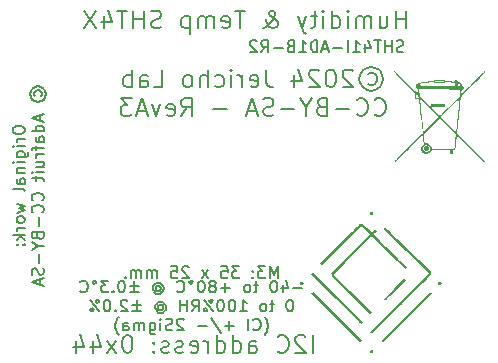
<source format=gbr>
%TF.GenerationSoftware,KiCad,Pcbnew,7.0.9*%
%TF.CreationDate,2024-04-09T01:08:52-04:00*%
%TF.ProjectId,WIRED_SHT40_revA3,57495245-445f-4534-9854-34305f726576,revA3*%
%TF.SameCoordinates,Original*%
%TF.FileFunction,Legend,Bot*%
%TF.FilePolarity,Positive*%
%FSLAX46Y46*%
G04 Gerber Fmt 4.6, Leading zero omitted, Abs format (unit mm)*
G04 Created by KiCad (PCBNEW 7.0.9) date 2024-04-09 01:08:52*
%MOMM*%
%LPD*%
G01*
G04 APERTURE LIST*
%ADD10C,0.150000*%
%ADD11C,3.500000*%
%ADD12R,1.700000X1.700000*%
%ADD13O,1.700000X1.700000*%
%ADD14C,3.200000*%
%ADD15R,1.500000X1.500000*%
%ADD16C,1.500000*%
G04 APERTURE END LIST*
D10*
X152071428Y-110160128D02*
X152071428Y-108660128D01*
X151428570Y-108802985D02*
X151357142Y-108731557D01*
X151357142Y-108731557D02*
X151214285Y-108660128D01*
X151214285Y-108660128D02*
X150857142Y-108660128D01*
X150857142Y-108660128D02*
X150714285Y-108731557D01*
X150714285Y-108731557D02*
X150642856Y-108802985D01*
X150642856Y-108802985D02*
X150571427Y-108945842D01*
X150571427Y-108945842D02*
X150571427Y-109088700D01*
X150571427Y-109088700D02*
X150642856Y-109302985D01*
X150642856Y-109302985D02*
X151499999Y-110160128D01*
X151499999Y-110160128D02*
X150571427Y-110160128D01*
X149071428Y-110017271D02*
X149142856Y-110088700D01*
X149142856Y-110088700D02*
X149357142Y-110160128D01*
X149357142Y-110160128D02*
X149499999Y-110160128D01*
X149499999Y-110160128D02*
X149714285Y-110088700D01*
X149714285Y-110088700D02*
X149857142Y-109945842D01*
X149857142Y-109945842D02*
X149928571Y-109802985D01*
X149928571Y-109802985D02*
X149999999Y-109517271D01*
X149999999Y-109517271D02*
X149999999Y-109302985D01*
X149999999Y-109302985D02*
X149928571Y-109017271D01*
X149928571Y-109017271D02*
X149857142Y-108874414D01*
X149857142Y-108874414D02*
X149714285Y-108731557D01*
X149714285Y-108731557D02*
X149499999Y-108660128D01*
X149499999Y-108660128D02*
X149357142Y-108660128D01*
X149357142Y-108660128D02*
X149142856Y-108731557D01*
X149142856Y-108731557D02*
X149071428Y-108802985D01*
X146642857Y-110160128D02*
X146642857Y-109374414D01*
X146642857Y-109374414D02*
X146714285Y-109231557D01*
X146714285Y-109231557D02*
X146857142Y-109160128D01*
X146857142Y-109160128D02*
X147142857Y-109160128D01*
X147142857Y-109160128D02*
X147285714Y-109231557D01*
X146642857Y-110088700D02*
X146785714Y-110160128D01*
X146785714Y-110160128D02*
X147142857Y-110160128D01*
X147142857Y-110160128D02*
X147285714Y-110088700D01*
X147285714Y-110088700D02*
X147357142Y-109945842D01*
X147357142Y-109945842D02*
X147357142Y-109802985D01*
X147357142Y-109802985D02*
X147285714Y-109660128D01*
X147285714Y-109660128D02*
X147142857Y-109588700D01*
X147142857Y-109588700D02*
X146785714Y-109588700D01*
X146785714Y-109588700D02*
X146642857Y-109517271D01*
X145285714Y-110160128D02*
X145285714Y-108660128D01*
X145285714Y-110088700D02*
X145428571Y-110160128D01*
X145428571Y-110160128D02*
X145714285Y-110160128D01*
X145714285Y-110160128D02*
X145857142Y-110088700D01*
X145857142Y-110088700D02*
X145928571Y-110017271D01*
X145928571Y-110017271D02*
X145999999Y-109874414D01*
X145999999Y-109874414D02*
X145999999Y-109445842D01*
X145999999Y-109445842D02*
X145928571Y-109302985D01*
X145928571Y-109302985D02*
X145857142Y-109231557D01*
X145857142Y-109231557D02*
X145714285Y-109160128D01*
X145714285Y-109160128D02*
X145428571Y-109160128D01*
X145428571Y-109160128D02*
X145285714Y-109231557D01*
X143928571Y-110160128D02*
X143928571Y-108660128D01*
X143928571Y-110088700D02*
X144071428Y-110160128D01*
X144071428Y-110160128D02*
X144357142Y-110160128D01*
X144357142Y-110160128D02*
X144499999Y-110088700D01*
X144499999Y-110088700D02*
X144571428Y-110017271D01*
X144571428Y-110017271D02*
X144642856Y-109874414D01*
X144642856Y-109874414D02*
X144642856Y-109445842D01*
X144642856Y-109445842D02*
X144571428Y-109302985D01*
X144571428Y-109302985D02*
X144499999Y-109231557D01*
X144499999Y-109231557D02*
X144357142Y-109160128D01*
X144357142Y-109160128D02*
X144071428Y-109160128D01*
X144071428Y-109160128D02*
X143928571Y-109231557D01*
X143214285Y-110160128D02*
X143214285Y-109160128D01*
X143214285Y-109445842D02*
X143142856Y-109302985D01*
X143142856Y-109302985D02*
X143071428Y-109231557D01*
X143071428Y-109231557D02*
X142928570Y-109160128D01*
X142928570Y-109160128D02*
X142785713Y-109160128D01*
X141714285Y-110088700D02*
X141857142Y-110160128D01*
X141857142Y-110160128D02*
X142142857Y-110160128D01*
X142142857Y-110160128D02*
X142285714Y-110088700D01*
X142285714Y-110088700D02*
X142357142Y-109945842D01*
X142357142Y-109945842D02*
X142357142Y-109374414D01*
X142357142Y-109374414D02*
X142285714Y-109231557D01*
X142285714Y-109231557D02*
X142142857Y-109160128D01*
X142142857Y-109160128D02*
X141857142Y-109160128D01*
X141857142Y-109160128D02*
X141714285Y-109231557D01*
X141714285Y-109231557D02*
X141642857Y-109374414D01*
X141642857Y-109374414D02*
X141642857Y-109517271D01*
X141642857Y-109517271D02*
X142357142Y-109660128D01*
X141071428Y-110088700D02*
X140928571Y-110160128D01*
X140928571Y-110160128D02*
X140642857Y-110160128D01*
X140642857Y-110160128D02*
X140500000Y-110088700D01*
X140500000Y-110088700D02*
X140428571Y-109945842D01*
X140428571Y-109945842D02*
X140428571Y-109874414D01*
X140428571Y-109874414D02*
X140500000Y-109731557D01*
X140500000Y-109731557D02*
X140642857Y-109660128D01*
X140642857Y-109660128D02*
X140857143Y-109660128D01*
X140857143Y-109660128D02*
X141000000Y-109588700D01*
X141000000Y-109588700D02*
X141071428Y-109445842D01*
X141071428Y-109445842D02*
X141071428Y-109374414D01*
X141071428Y-109374414D02*
X141000000Y-109231557D01*
X141000000Y-109231557D02*
X140857143Y-109160128D01*
X140857143Y-109160128D02*
X140642857Y-109160128D01*
X140642857Y-109160128D02*
X140500000Y-109231557D01*
X139857142Y-110088700D02*
X139714285Y-110160128D01*
X139714285Y-110160128D02*
X139428571Y-110160128D01*
X139428571Y-110160128D02*
X139285714Y-110088700D01*
X139285714Y-110088700D02*
X139214285Y-109945842D01*
X139214285Y-109945842D02*
X139214285Y-109874414D01*
X139214285Y-109874414D02*
X139285714Y-109731557D01*
X139285714Y-109731557D02*
X139428571Y-109660128D01*
X139428571Y-109660128D02*
X139642857Y-109660128D01*
X139642857Y-109660128D02*
X139785714Y-109588700D01*
X139785714Y-109588700D02*
X139857142Y-109445842D01*
X139857142Y-109445842D02*
X139857142Y-109374414D01*
X139857142Y-109374414D02*
X139785714Y-109231557D01*
X139785714Y-109231557D02*
X139642857Y-109160128D01*
X139642857Y-109160128D02*
X139428571Y-109160128D01*
X139428571Y-109160128D02*
X139285714Y-109231557D01*
X138571428Y-110017271D02*
X138499999Y-110088700D01*
X138499999Y-110088700D02*
X138571428Y-110160128D01*
X138571428Y-110160128D02*
X138642856Y-110088700D01*
X138642856Y-110088700D02*
X138571428Y-110017271D01*
X138571428Y-110017271D02*
X138571428Y-110160128D01*
X138571428Y-109231557D02*
X138499999Y-109302985D01*
X138499999Y-109302985D02*
X138571428Y-109374414D01*
X138571428Y-109374414D02*
X138642856Y-109302985D01*
X138642856Y-109302985D02*
X138571428Y-109231557D01*
X138571428Y-109231557D02*
X138571428Y-109374414D01*
X136428570Y-108660128D02*
X136285713Y-108660128D01*
X136285713Y-108660128D02*
X136142856Y-108731557D01*
X136142856Y-108731557D02*
X136071428Y-108802985D01*
X136071428Y-108802985D02*
X135999999Y-108945842D01*
X135999999Y-108945842D02*
X135928570Y-109231557D01*
X135928570Y-109231557D02*
X135928570Y-109588700D01*
X135928570Y-109588700D02*
X135999999Y-109874414D01*
X135999999Y-109874414D02*
X136071428Y-110017271D01*
X136071428Y-110017271D02*
X136142856Y-110088700D01*
X136142856Y-110088700D02*
X136285713Y-110160128D01*
X136285713Y-110160128D02*
X136428570Y-110160128D01*
X136428570Y-110160128D02*
X136571428Y-110088700D01*
X136571428Y-110088700D02*
X136642856Y-110017271D01*
X136642856Y-110017271D02*
X136714285Y-109874414D01*
X136714285Y-109874414D02*
X136785713Y-109588700D01*
X136785713Y-109588700D02*
X136785713Y-109231557D01*
X136785713Y-109231557D02*
X136714285Y-108945842D01*
X136714285Y-108945842D02*
X136642856Y-108802985D01*
X136642856Y-108802985D02*
X136571428Y-108731557D01*
X136571428Y-108731557D02*
X136428570Y-108660128D01*
X135428571Y-110160128D02*
X134642857Y-109160128D01*
X135428571Y-109160128D02*
X134642857Y-110160128D01*
X133428571Y-109160128D02*
X133428571Y-110160128D01*
X133785713Y-108588700D02*
X134142856Y-109660128D01*
X134142856Y-109660128D02*
X133214285Y-109660128D01*
X132000000Y-109160128D02*
X132000000Y-110160128D01*
X132357142Y-108588700D02*
X132714285Y-109660128D01*
X132714285Y-109660128D02*
X131785714Y-109660128D01*
X156714284Y-86535771D02*
X156857141Y-86464342D01*
X156857141Y-86464342D02*
X157142855Y-86464342D01*
X157142855Y-86464342D02*
X157285713Y-86535771D01*
X157285713Y-86535771D02*
X157428570Y-86678628D01*
X157428570Y-86678628D02*
X157499998Y-86821485D01*
X157499998Y-86821485D02*
X157499998Y-87107200D01*
X157499998Y-87107200D02*
X157428570Y-87250057D01*
X157428570Y-87250057D02*
X157285713Y-87392914D01*
X157285713Y-87392914D02*
X157142855Y-87464342D01*
X157142855Y-87464342D02*
X156857141Y-87464342D01*
X156857141Y-87464342D02*
X156714284Y-87392914D01*
X156999998Y-85964342D02*
X157357141Y-86035771D01*
X157357141Y-86035771D02*
X157714284Y-86250057D01*
X157714284Y-86250057D02*
X157928570Y-86607200D01*
X157928570Y-86607200D02*
X157999998Y-86964342D01*
X157999998Y-86964342D02*
X157928570Y-87321485D01*
X157928570Y-87321485D02*
X157714284Y-87678628D01*
X157714284Y-87678628D02*
X157357141Y-87892914D01*
X157357141Y-87892914D02*
X156999998Y-87964342D01*
X156999998Y-87964342D02*
X156642855Y-87892914D01*
X156642855Y-87892914D02*
X156285713Y-87678628D01*
X156285713Y-87678628D02*
X156071427Y-87321485D01*
X156071427Y-87321485D02*
X155999998Y-86964342D01*
X155999998Y-86964342D02*
X156071427Y-86607200D01*
X156071427Y-86607200D02*
X156285713Y-86250057D01*
X156285713Y-86250057D02*
X156642855Y-86035771D01*
X156642855Y-86035771D02*
X156999998Y-85964342D01*
X155428569Y-86321485D02*
X155357141Y-86250057D01*
X155357141Y-86250057D02*
X155214284Y-86178628D01*
X155214284Y-86178628D02*
X154857141Y-86178628D01*
X154857141Y-86178628D02*
X154714284Y-86250057D01*
X154714284Y-86250057D02*
X154642855Y-86321485D01*
X154642855Y-86321485D02*
X154571426Y-86464342D01*
X154571426Y-86464342D02*
X154571426Y-86607200D01*
X154571426Y-86607200D02*
X154642855Y-86821485D01*
X154642855Y-86821485D02*
X155499998Y-87678628D01*
X155499998Y-87678628D02*
X154571426Y-87678628D01*
X153642855Y-86178628D02*
X153499998Y-86178628D01*
X153499998Y-86178628D02*
X153357141Y-86250057D01*
X153357141Y-86250057D02*
X153285713Y-86321485D01*
X153285713Y-86321485D02*
X153214284Y-86464342D01*
X153214284Y-86464342D02*
X153142855Y-86750057D01*
X153142855Y-86750057D02*
X153142855Y-87107200D01*
X153142855Y-87107200D02*
X153214284Y-87392914D01*
X153214284Y-87392914D02*
X153285713Y-87535771D01*
X153285713Y-87535771D02*
X153357141Y-87607200D01*
X153357141Y-87607200D02*
X153499998Y-87678628D01*
X153499998Y-87678628D02*
X153642855Y-87678628D01*
X153642855Y-87678628D02*
X153785713Y-87607200D01*
X153785713Y-87607200D02*
X153857141Y-87535771D01*
X153857141Y-87535771D02*
X153928570Y-87392914D01*
X153928570Y-87392914D02*
X153999998Y-87107200D01*
X153999998Y-87107200D02*
X153999998Y-86750057D01*
X153999998Y-86750057D02*
X153928570Y-86464342D01*
X153928570Y-86464342D02*
X153857141Y-86321485D01*
X153857141Y-86321485D02*
X153785713Y-86250057D01*
X153785713Y-86250057D02*
X153642855Y-86178628D01*
X152571427Y-86321485D02*
X152499999Y-86250057D01*
X152499999Y-86250057D02*
X152357142Y-86178628D01*
X152357142Y-86178628D02*
X151999999Y-86178628D01*
X151999999Y-86178628D02*
X151857142Y-86250057D01*
X151857142Y-86250057D02*
X151785713Y-86321485D01*
X151785713Y-86321485D02*
X151714284Y-86464342D01*
X151714284Y-86464342D02*
X151714284Y-86607200D01*
X151714284Y-86607200D02*
X151785713Y-86821485D01*
X151785713Y-86821485D02*
X152642856Y-87678628D01*
X152642856Y-87678628D02*
X151714284Y-87678628D01*
X150428571Y-86678628D02*
X150428571Y-87678628D01*
X150785713Y-86107200D02*
X151142856Y-87178628D01*
X151142856Y-87178628D02*
X150214285Y-87178628D01*
X148071428Y-86178628D02*
X148071428Y-87250057D01*
X148071428Y-87250057D02*
X148142857Y-87464342D01*
X148142857Y-87464342D02*
X148285714Y-87607200D01*
X148285714Y-87607200D02*
X148500000Y-87678628D01*
X148500000Y-87678628D02*
X148642857Y-87678628D01*
X146785714Y-87607200D02*
X146928571Y-87678628D01*
X146928571Y-87678628D02*
X147214286Y-87678628D01*
X147214286Y-87678628D02*
X147357143Y-87607200D01*
X147357143Y-87607200D02*
X147428571Y-87464342D01*
X147428571Y-87464342D02*
X147428571Y-86892914D01*
X147428571Y-86892914D02*
X147357143Y-86750057D01*
X147357143Y-86750057D02*
X147214286Y-86678628D01*
X147214286Y-86678628D02*
X146928571Y-86678628D01*
X146928571Y-86678628D02*
X146785714Y-86750057D01*
X146785714Y-86750057D02*
X146714286Y-86892914D01*
X146714286Y-86892914D02*
X146714286Y-87035771D01*
X146714286Y-87035771D02*
X147428571Y-87178628D01*
X146071429Y-87678628D02*
X146071429Y-86678628D01*
X146071429Y-86964342D02*
X146000000Y-86821485D01*
X146000000Y-86821485D02*
X145928572Y-86750057D01*
X145928572Y-86750057D02*
X145785714Y-86678628D01*
X145785714Y-86678628D02*
X145642857Y-86678628D01*
X145142858Y-87678628D02*
X145142858Y-86678628D01*
X145142858Y-86178628D02*
X145214286Y-86250057D01*
X145214286Y-86250057D02*
X145142858Y-86321485D01*
X145142858Y-86321485D02*
X145071429Y-86250057D01*
X145071429Y-86250057D02*
X145142858Y-86178628D01*
X145142858Y-86178628D02*
X145142858Y-86321485D01*
X143785715Y-87607200D02*
X143928572Y-87678628D01*
X143928572Y-87678628D02*
X144214286Y-87678628D01*
X144214286Y-87678628D02*
X144357143Y-87607200D01*
X144357143Y-87607200D02*
X144428572Y-87535771D01*
X144428572Y-87535771D02*
X144500000Y-87392914D01*
X144500000Y-87392914D02*
X144500000Y-86964342D01*
X144500000Y-86964342D02*
X144428572Y-86821485D01*
X144428572Y-86821485D02*
X144357143Y-86750057D01*
X144357143Y-86750057D02*
X144214286Y-86678628D01*
X144214286Y-86678628D02*
X143928572Y-86678628D01*
X143928572Y-86678628D02*
X143785715Y-86750057D01*
X143142858Y-87678628D02*
X143142858Y-86178628D01*
X142500001Y-87678628D02*
X142500001Y-86892914D01*
X142500001Y-86892914D02*
X142571429Y-86750057D01*
X142571429Y-86750057D02*
X142714286Y-86678628D01*
X142714286Y-86678628D02*
X142928572Y-86678628D01*
X142928572Y-86678628D02*
X143071429Y-86750057D01*
X143071429Y-86750057D02*
X143142858Y-86821485D01*
X141571429Y-87678628D02*
X141714286Y-87607200D01*
X141714286Y-87607200D02*
X141785715Y-87535771D01*
X141785715Y-87535771D02*
X141857143Y-87392914D01*
X141857143Y-87392914D02*
X141857143Y-86964342D01*
X141857143Y-86964342D02*
X141785715Y-86821485D01*
X141785715Y-86821485D02*
X141714286Y-86750057D01*
X141714286Y-86750057D02*
X141571429Y-86678628D01*
X141571429Y-86678628D02*
X141357143Y-86678628D01*
X141357143Y-86678628D02*
X141214286Y-86750057D01*
X141214286Y-86750057D02*
X141142858Y-86821485D01*
X141142858Y-86821485D02*
X141071429Y-86964342D01*
X141071429Y-86964342D02*
X141071429Y-87392914D01*
X141071429Y-87392914D02*
X141142858Y-87535771D01*
X141142858Y-87535771D02*
X141214286Y-87607200D01*
X141214286Y-87607200D02*
X141357143Y-87678628D01*
X141357143Y-87678628D02*
X141571429Y-87678628D01*
X138571429Y-87678628D02*
X139285715Y-87678628D01*
X139285715Y-87678628D02*
X139285715Y-86178628D01*
X137428572Y-87678628D02*
X137428572Y-86892914D01*
X137428572Y-86892914D02*
X137500000Y-86750057D01*
X137500000Y-86750057D02*
X137642857Y-86678628D01*
X137642857Y-86678628D02*
X137928572Y-86678628D01*
X137928572Y-86678628D02*
X138071429Y-86750057D01*
X137428572Y-87607200D02*
X137571429Y-87678628D01*
X137571429Y-87678628D02*
X137928572Y-87678628D01*
X137928572Y-87678628D02*
X138071429Y-87607200D01*
X138071429Y-87607200D02*
X138142857Y-87464342D01*
X138142857Y-87464342D02*
X138142857Y-87321485D01*
X138142857Y-87321485D02*
X138071429Y-87178628D01*
X138071429Y-87178628D02*
X137928572Y-87107200D01*
X137928572Y-87107200D02*
X137571429Y-87107200D01*
X137571429Y-87107200D02*
X137428572Y-87035771D01*
X136714286Y-87678628D02*
X136714286Y-86178628D01*
X136714286Y-86750057D02*
X136571429Y-86678628D01*
X136571429Y-86678628D02*
X136285714Y-86678628D01*
X136285714Y-86678628D02*
X136142857Y-86750057D01*
X136142857Y-86750057D02*
X136071429Y-86821485D01*
X136071429Y-86821485D02*
X136000000Y-86964342D01*
X136000000Y-86964342D02*
X136000000Y-87392914D01*
X136000000Y-87392914D02*
X136071429Y-87535771D01*
X136071429Y-87535771D02*
X136142857Y-87607200D01*
X136142857Y-87607200D02*
X136285714Y-87678628D01*
X136285714Y-87678628D02*
X136571429Y-87678628D01*
X136571429Y-87678628D02*
X136714286Y-87607200D01*
X157285713Y-89950771D02*
X157357141Y-90022200D01*
X157357141Y-90022200D02*
X157571427Y-90093628D01*
X157571427Y-90093628D02*
X157714284Y-90093628D01*
X157714284Y-90093628D02*
X157928570Y-90022200D01*
X157928570Y-90022200D02*
X158071427Y-89879342D01*
X158071427Y-89879342D02*
X158142856Y-89736485D01*
X158142856Y-89736485D02*
X158214284Y-89450771D01*
X158214284Y-89450771D02*
X158214284Y-89236485D01*
X158214284Y-89236485D02*
X158142856Y-88950771D01*
X158142856Y-88950771D02*
X158071427Y-88807914D01*
X158071427Y-88807914D02*
X157928570Y-88665057D01*
X157928570Y-88665057D02*
X157714284Y-88593628D01*
X157714284Y-88593628D02*
X157571427Y-88593628D01*
X157571427Y-88593628D02*
X157357141Y-88665057D01*
X157357141Y-88665057D02*
X157285713Y-88736485D01*
X155785713Y-89950771D02*
X155857141Y-90022200D01*
X155857141Y-90022200D02*
X156071427Y-90093628D01*
X156071427Y-90093628D02*
X156214284Y-90093628D01*
X156214284Y-90093628D02*
X156428570Y-90022200D01*
X156428570Y-90022200D02*
X156571427Y-89879342D01*
X156571427Y-89879342D02*
X156642856Y-89736485D01*
X156642856Y-89736485D02*
X156714284Y-89450771D01*
X156714284Y-89450771D02*
X156714284Y-89236485D01*
X156714284Y-89236485D02*
X156642856Y-88950771D01*
X156642856Y-88950771D02*
X156571427Y-88807914D01*
X156571427Y-88807914D02*
X156428570Y-88665057D01*
X156428570Y-88665057D02*
X156214284Y-88593628D01*
X156214284Y-88593628D02*
X156071427Y-88593628D01*
X156071427Y-88593628D02*
X155857141Y-88665057D01*
X155857141Y-88665057D02*
X155785713Y-88736485D01*
X155142856Y-89522200D02*
X153999999Y-89522200D01*
X152785713Y-89307914D02*
X152571427Y-89379342D01*
X152571427Y-89379342D02*
X152499998Y-89450771D01*
X152499998Y-89450771D02*
X152428570Y-89593628D01*
X152428570Y-89593628D02*
X152428570Y-89807914D01*
X152428570Y-89807914D02*
X152499998Y-89950771D01*
X152499998Y-89950771D02*
X152571427Y-90022200D01*
X152571427Y-90022200D02*
X152714284Y-90093628D01*
X152714284Y-90093628D02*
X153285713Y-90093628D01*
X153285713Y-90093628D02*
X153285713Y-88593628D01*
X153285713Y-88593628D02*
X152785713Y-88593628D01*
X152785713Y-88593628D02*
X152642856Y-88665057D01*
X152642856Y-88665057D02*
X152571427Y-88736485D01*
X152571427Y-88736485D02*
X152499998Y-88879342D01*
X152499998Y-88879342D02*
X152499998Y-89022200D01*
X152499998Y-89022200D02*
X152571427Y-89165057D01*
X152571427Y-89165057D02*
X152642856Y-89236485D01*
X152642856Y-89236485D02*
X152785713Y-89307914D01*
X152785713Y-89307914D02*
X153285713Y-89307914D01*
X151499998Y-89379342D02*
X151499998Y-90093628D01*
X151999998Y-88593628D02*
X151499998Y-89379342D01*
X151499998Y-89379342D02*
X150999998Y-88593628D01*
X150499999Y-89522200D02*
X149357142Y-89522200D01*
X148714284Y-90022200D02*
X148499999Y-90093628D01*
X148499999Y-90093628D02*
X148142856Y-90093628D01*
X148142856Y-90093628D02*
X147999999Y-90022200D01*
X147999999Y-90022200D02*
X147928570Y-89950771D01*
X147928570Y-89950771D02*
X147857141Y-89807914D01*
X147857141Y-89807914D02*
X147857141Y-89665057D01*
X147857141Y-89665057D02*
X147928570Y-89522200D01*
X147928570Y-89522200D02*
X147999999Y-89450771D01*
X147999999Y-89450771D02*
X148142856Y-89379342D01*
X148142856Y-89379342D02*
X148428570Y-89307914D01*
X148428570Y-89307914D02*
X148571427Y-89236485D01*
X148571427Y-89236485D02*
X148642856Y-89165057D01*
X148642856Y-89165057D02*
X148714284Y-89022200D01*
X148714284Y-89022200D02*
X148714284Y-88879342D01*
X148714284Y-88879342D02*
X148642856Y-88736485D01*
X148642856Y-88736485D02*
X148571427Y-88665057D01*
X148571427Y-88665057D02*
X148428570Y-88593628D01*
X148428570Y-88593628D02*
X148071427Y-88593628D01*
X148071427Y-88593628D02*
X147857141Y-88665057D01*
X147285713Y-89665057D02*
X146571428Y-89665057D01*
X147428570Y-90093628D02*
X146928570Y-88593628D01*
X146928570Y-88593628D02*
X146428570Y-90093628D01*
X144785714Y-89522200D02*
X143642857Y-89522200D01*
X140928571Y-90093628D02*
X141428571Y-89379342D01*
X141785714Y-90093628D02*
X141785714Y-88593628D01*
X141785714Y-88593628D02*
X141214285Y-88593628D01*
X141214285Y-88593628D02*
X141071428Y-88665057D01*
X141071428Y-88665057D02*
X140999999Y-88736485D01*
X140999999Y-88736485D02*
X140928571Y-88879342D01*
X140928571Y-88879342D02*
X140928571Y-89093628D01*
X140928571Y-89093628D02*
X140999999Y-89236485D01*
X140999999Y-89236485D02*
X141071428Y-89307914D01*
X141071428Y-89307914D02*
X141214285Y-89379342D01*
X141214285Y-89379342D02*
X141785714Y-89379342D01*
X139714285Y-90022200D02*
X139857142Y-90093628D01*
X139857142Y-90093628D02*
X140142857Y-90093628D01*
X140142857Y-90093628D02*
X140285714Y-90022200D01*
X140285714Y-90022200D02*
X140357142Y-89879342D01*
X140357142Y-89879342D02*
X140357142Y-89307914D01*
X140357142Y-89307914D02*
X140285714Y-89165057D01*
X140285714Y-89165057D02*
X140142857Y-89093628D01*
X140142857Y-89093628D02*
X139857142Y-89093628D01*
X139857142Y-89093628D02*
X139714285Y-89165057D01*
X139714285Y-89165057D02*
X139642857Y-89307914D01*
X139642857Y-89307914D02*
X139642857Y-89450771D01*
X139642857Y-89450771D02*
X140357142Y-89593628D01*
X139142857Y-89093628D02*
X138785714Y-90093628D01*
X138785714Y-90093628D02*
X138428571Y-89093628D01*
X137928571Y-89665057D02*
X137214286Y-89665057D01*
X138071428Y-90093628D02*
X137571428Y-88593628D01*
X137571428Y-88593628D02*
X137071428Y-90093628D01*
X136714286Y-88593628D02*
X135785714Y-88593628D01*
X135785714Y-88593628D02*
X136285714Y-89165057D01*
X136285714Y-89165057D02*
X136071429Y-89165057D01*
X136071429Y-89165057D02*
X135928572Y-89236485D01*
X135928572Y-89236485D02*
X135857143Y-89307914D01*
X135857143Y-89307914D02*
X135785714Y-89450771D01*
X135785714Y-89450771D02*
X135785714Y-89807914D01*
X135785714Y-89807914D02*
X135857143Y-89950771D01*
X135857143Y-89950771D02*
X135928572Y-90022200D01*
X135928572Y-90022200D02*
X136071429Y-90093628D01*
X136071429Y-90093628D02*
X136500000Y-90093628D01*
X136500000Y-90093628D02*
X136642857Y-90022200D01*
X136642857Y-90022200D02*
X136714286Y-89950771D01*
X159730839Y-84658200D02*
X159587982Y-84705819D01*
X159587982Y-84705819D02*
X159349887Y-84705819D01*
X159349887Y-84705819D02*
X159254649Y-84658200D01*
X159254649Y-84658200D02*
X159207030Y-84610580D01*
X159207030Y-84610580D02*
X159159411Y-84515342D01*
X159159411Y-84515342D02*
X159159411Y-84420104D01*
X159159411Y-84420104D02*
X159207030Y-84324866D01*
X159207030Y-84324866D02*
X159254649Y-84277247D01*
X159254649Y-84277247D02*
X159349887Y-84229628D01*
X159349887Y-84229628D02*
X159540363Y-84182009D01*
X159540363Y-84182009D02*
X159635601Y-84134390D01*
X159635601Y-84134390D02*
X159683220Y-84086771D01*
X159683220Y-84086771D02*
X159730839Y-83991533D01*
X159730839Y-83991533D02*
X159730839Y-83896295D01*
X159730839Y-83896295D02*
X159683220Y-83801057D01*
X159683220Y-83801057D02*
X159635601Y-83753438D01*
X159635601Y-83753438D02*
X159540363Y-83705819D01*
X159540363Y-83705819D02*
X159302268Y-83705819D01*
X159302268Y-83705819D02*
X159159411Y-83753438D01*
X158730839Y-84705819D02*
X158730839Y-83705819D01*
X158730839Y-84182009D02*
X158159411Y-84182009D01*
X158159411Y-84705819D02*
X158159411Y-83705819D01*
X157826077Y-83705819D02*
X157254649Y-83705819D01*
X157540363Y-84705819D02*
X157540363Y-83705819D01*
X156492744Y-84039152D02*
X156492744Y-84705819D01*
X156730839Y-83658200D02*
X156968934Y-84372485D01*
X156968934Y-84372485D02*
X156349887Y-84372485D01*
X155445125Y-84705819D02*
X156016553Y-84705819D01*
X155730839Y-84705819D02*
X155730839Y-83705819D01*
X155730839Y-83705819D02*
X155826077Y-83848676D01*
X155826077Y-83848676D02*
X155921315Y-83943914D01*
X155921315Y-83943914D02*
X156016553Y-83991533D01*
X155016553Y-84705819D02*
X155016553Y-83705819D01*
X154540363Y-84324866D02*
X153778459Y-84324866D01*
X153349887Y-84420104D02*
X152873697Y-84420104D01*
X153445125Y-84705819D02*
X153111792Y-83705819D01*
X153111792Y-83705819D02*
X152778459Y-84705819D01*
X152445125Y-84705819D02*
X152445125Y-83705819D01*
X152445125Y-83705819D02*
X152207030Y-83705819D01*
X152207030Y-83705819D02*
X152064173Y-83753438D01*
X152064173Y-83753438D02*
X151968935Y-83848676D01*
X151968935Y-83848676D02*
X151921316Y-83943914D01*
X151921316Y-83943914D02*
X151873697Y-84134390D01*
X151873697Y-84134390D02*
X151873697Y-84277247D01*
X151873697Y-84277247D02*
X151921316Y-84467723D01*
X151921316Y-84467723D02*
X151968935Y-84562961D01*
X151968935Y-84562961D02*
X152064173Y-84658200D01*
X152064173Y-84658200D02*
X152207030Y-84705819D01*
X152207030Y-84705819D02*
X152445125Y-84705819D01*
X150921316Y-84705819D02*
X151492744Y-84705819D01*
X151207030Y-84705819D02*
X151207030Y-83705819D01*
X151207030Y-83705819D02*
X151302268Y-83848676D01*
X151302268Y-83848676D02*
X151397506Y-83943914D01*
X151397506Y-83943914D02*
X151492744Y-83991533D01*
X150159411Y-84182009D02*
X150016554Y-84229628D01*
X150016554Y-84229628D02*
X149968935Y-84277247D01*
X149968935Y-84277247D02*
X149921316Y-84372485D01*
X149921316Y-84372485D02*
X149921316Y-84515342D01*
X149921316Y-84515342D02*
X149968935Y-84610580D01*
X149968935Y-84610580D02*
X150016554Y-84658200D01*
X150016554Y-84658200D02*
X150111792Y-84705819D01*
X150111792Y-84705819D02*
X150492744Y-84705819D01*
X150492744Y-84705819D02*
X150492744Y-83705819D01*
X150492744Y-83705819D02*
X150159411Y-83705819D01*
X150159411Y-83705819D02*
X150064173Y-83753438D01*
X150064173Y-83753438D02*
X150016554Y-83801057D01*
X150016554Y-83801057D02*
X149968935Y-83896295D01*
X149968935Y-83896295D02*
X149968935Y-83991533D01*
X149968935Y-83991533D02*
X150016554Y-84086771D01*
X150016554Y-84086771D02*
X150064173Y-84134390D01*
X150064173Y-84134390D02*
X150159411Y-84182009D01*
X150159411Y-84182009D02*
X150492744Y-84182009D01*
X149492744Y-84324866D02*
X148730840Y-84324866D01*
X147683221Y-84705819D02*
X148016554Y-84229628D01*
X148254649Y-84705819D02*
X148254649Y-83705819D01*
X148254649Y-83705819D02*
X147873697Y-83705819D01*
X147873697Y-83705819D02*
X147778459Y-83753438D01*
X147778459Y-83753438D02*
X147730840Y-83801057D01*
X147730840Y-83801057D02*
X147683221Y-83896295D01*
X147683221Y-83896295D02*
X147683221Y-84039152D01*
X147683221Y-84039152D02*
X147730840Y-84134390D01*
X147730840Y-84134390D02*
X147778459Y-84182009D01*
X147778459Y-84182009D02*
X147873697Y-84229628D01*
X147873697Y-84229628D02*
X148254649Y-84229628D01*
X147302268Y-83801057D02*
X147254649Y-83753438D01*
X147254649Y-83753438D02*
X147159411Y-83705819D01*
X147159411Y-83705819D02*
X146921316Y-83705819D01*
X146921316Y-83705819D02*
X146826078Y-83753438D01*
X146826078Y-83753438D02*
X146778459Y-83801057D01*
X146778459Y-83801057D02*
X146730840Y-83896295D01*
X146730840Y-83896295D02*
X146730840Y-83991533D01*
X146730840Y-83991533D02*
X146778459Y-84134390D01*
X146778459Y-84134390D02*
X147349887Y-84705819D01*
X147349887Y-84705819D02*
X146730840Y-84705819D01*
X159935714Y-82686128D02*
X159935714Y-81186128D01*
X159935714Y-81900414D02*
X159078571Y-81900414D01*
X159078571Y-82686128D02*
X159078571Y-81186128D01*
X157721428Y-81686128D02*
X157721428Y-82686128D01*
X158364285Y-81686128D02*
X158364285Y-82471842D01*
X158364285Y-82471842D02*
X158292856Y-82614700D01*
X158292856Y-82614700D02*
X158149999Y-82686128D01*
X158149999Y-82686128D02*
X157935713Y-82686128D01*
X157935713Y-82686128D02*
X157792856Y-82614700D01*
X157792856Y-82614700D02*
X157721428Y-82543271D01*
X157007142Y-82686128D02*
X157007142Y-81686128D01*
X157007142Y-81828985D02*
X156935713Y-81757557D01*
X156935713Y-81757557D02*
X156792856Y-81686128D01*
X156792856Y-81686128D02*
X156578570Y-81686128D01*
X156578570Y-81686128D02*
X156435713Y-81757557D01*
X156435713Y-81757557D02*
X156364285Y-81900414D01*
X156364285Y-81900414D02*
X156364285Y-82686128D01*
X156364285Y-81900414D02*
X156292856Y-81757557D01*
X156292856Y-81757557D02*
X156149999Y-81686128D01*
X156149999Y-81686128D02*
X155935713Y-81686128D01*
X155935713Y-81686128D02*
X155792856Y-81757557D01*
X155792856Y-81757557D02*
X155721427Y-81900414D01*
X155721427Y-81900414D02*
X155721427Y-82686128D01*
X155007142Y-82686128D02*
X155007142Y-81686128D01*
X155007142Y-81186128D02*
X155078570Y-81257557D01*
X155078570Y-81257557D02*
X155007142Y-81328985D01*
X155007142Y-81328985D02*
X154935713Y-81257557D01*
X154935713Y-81257557D02*
X155007142Y-81186128D01*
X155007142Y-81186128D02*
X155007142Y-81328985D01*
X153649999Y-82686128D02*
X153649999Y-81186128D01*
X153649999Y-82614700D02*
X153792856Y-82686128D01*
X153792856Y-82686128D02*
X154078570Y-82686128D01*
X154078570Y-82686128D02*
X154221427Y-82614700D01*
X154221427Y-82614700D02*
X154292856Y-82543271D01*
X154292856Y-82543271D02*
X154364284Y-82400414D01*
X154364284Y-82400414D02*
X154364284Y-81971842D01*
X154364284Y-81971842D02*
X154292856Y-81828985D01*
X154292856Y-81828985D02*
X154221427Y-81757557D01*
X154221427Y-81757557D02*
X154078570Y-81686128D01*
X154078570Y-81686128D02*
X153792856Y-81686128D01*
X153792856Y-81686128D02*
X153649999Y-81757557D01*
X152935713Y-82686128D02*
X152935713Y-81686128D01*
X152935713Y-81186128D02*
X153007141Y-81257557D01*
X153007141Y-81257557D02*
X152935713Y-81328985D01*
X152935713Y-81328985D02*
X152864284Y-81257557D01*
X152864284Y-81257557D02*
X152935713Y-81186128D01*
X152935713Y-81186128D02*
X152935713Y-81328985D01*
X152435712Y-81686128D02*
X151864284Y-81686128D01*
X152221427Y-81186128D02*
X152221427Y-82471842D01*
X152221427Y-82471842D02*
X152149998Y-82614700D01*
X152149998Y-82614700D02*
X152007141Y-82686128D01*
X152007141Y-82686128D02*
X151864284Y-82686128D01*
X151507141Y-81686128D02*
X151149998Y-82686128D01*
X150792855Y-81686128D02*
X151149998Y-82686128D01*
X151149998Y-82686128D02*
X151292855Y-83043271D01*
X151292855Y-83043271D02*
X151364284Y-83114700D01*
X151364284Y-83114700D02*
X151507141Y-83186128D01*
X147864284Y-82686128D02*
X147935713Y-82686128D01*
X147935713Y-82686128D02*
X148078570Y-82614700D01*
X148078570Y-82614700D02*
X148292855Y-82400414D01*
X148292855Y-82400414D02*
X148649998Y-81971842D01*
X148649998Y-81971842D02*
X148792855Y-81757557D01*
X148792855Y-81757557D02*
X148864284Y-81543271D01*
X148864284Y-81543271D02*
X148864284Y-81400414D01*
X148864284Y-81400414D02*
X148792855Y-81257557D01*
X148792855Y-81257557D02*
X148649998Y-81186128D01*
X148649998Y-81186128D02*
X148578570Y-81186128D01*
X148578570Y-81186128D02*
X148435713Y-81257557D01*
X148435713Y-81257557D02*
X148364284Y-81400414D01*
X148364284Y-81400414D02*
X148364284Y-81471842D01*
X148364284Y-81471842D02*
X148435713Y-81614700D01*
X148435713Y-81614700D02*
X148507141Y-81686128D01*
X148507141Y-81686128D02*
X148935713Y-81971842D01*
X148935713Y-81971842D02*
X149007141Y-82043271D01*
X149007141Y-82043271D02*
X149078570Y-82186128D01*
X149078570Y-82186128D02*
X149078570Y-82400414D01*
X149078570Y-82400414D02*
X149007141Y-82543271D01*
X149007141Y-82543271D02*
X148935713Y-82614700D01*
X148935713Y-82614700D02*
X148792855Y-82686128D01*
X148792855Y-82686128D02*
X148578570Y-82686128D01*
X148578570Y-82686128D02*
X148435713Y-82614700D01*
X148435713Y-82614700D02*
X148364284Y-82543271D01*
X148364284Y-82543271D02*
X148149998Y-82257557D01*
X148149998Y-82257557D02*
X148078570Y-82043271D01*
X148078570Y-82043271D02*
X148078570Y-81900414D01*
X146292855Y-81186128D02*
X145435713Y-81186128D01*
X145864284Y-82686128D02*
X145864284Y-81186128D01*
X144364284Y-82614700D02*
X144507141Y-82686128D01*
X144507141Y-82686128D02*
X144792856Y-82686128D01*
X144792856Y-82686128D02*
X144935713Y-82614700D01*
X144935713Y-82614700D02*
X145007141Y-82471842D01*
X145007141Y-82471842D02*
X145007141Y-81900414D01*
X145007141Y-81900414D02*
X144935713Y-81757557D01*
X144935713Y-81757557D02*
X144792856Y-81686128D01*
X144792856Y-81686128D02*
X144507141Y-81686128D01*
X144507141Y-81686128D02*
X144364284Y-81757557D01*
X144364284Y-81757557D02*
X144292856Y-81900414D01*
X144292856Y-81900414D02*
X144292856Y-82043271D01*
X144292856Y-82043271D02*
X145007141Y-82186128D01*
X143649999Y-82686128D02*
X143649999Y-81686128D01*
X143649999Y-81828985D02*
X143578570Y-81757557D01*
X143578570Y-81757557D02*
X143435713Y-81686128D01*
X143435713Y-81686128D02*
X143221427Y-81686128D01*
X143221427Y-81686128D02*
X143078570Y-81757557D01*
X143078570Y-81757557D02*
X143007142Y-81900414D01*
X143007142Y-81900414D02*
X143007142Y-82686128D01*
X143007142Y-81900414D02*
X142935713Y-81757557D01*
X142935713Y-81757557D02*
X142792856Y-81686128D01*
X142792856Y-81686128D02*
X142578570Y-81686128D01*
X142578570Y-81686128D02*
X142435713Y-81757557D01*
X142435713Y-81757557D02*
X142364284Y-81900414D01*
X142364284Y-81900414D02*
X142364284Y-82686128D01*
X141649999Y-81686128D02*
X141649999Y-83186128D01*
X141649999Y-81757557D02*
X141507142Y-81686128D01*
X141507142Y-81686128D02*
X141221427Y-81686128D01*
X141221427Y-81686128D02*
X141078570Y-81757557D01*
X141078570Y-81757557D02*
X141007142Y-81828985D01*
X141007142Y-81828985D02*
X140935713Y-81971842D01*
X140935713Y-81971842D02*
X140935713Y-82400414D01*
X140935713Y-82400414D02*
X141007142Y-82543271D01*
X141007142Y-82543271D02*
X141078570Y-82614700D01*
X141078570Y-82614700D02*
X141221427Y-82686128D01*
X141221427Y-82686128D02*
X141507142Y-82686128D01*
X141507142Y-82686128D02*
X141649999Y-82614700D01*
X139221427Y-82614700D02*
X139007142Y-82686128D01*
X139007142Y-82686128D02*
X138649999Y-82686128D01*
X138649999Y-82686128D02*
X138507142Y-82614700D01*
X138507142Y-82614700D02*
X138435713Y-82543271D01*
X138435713Y-82543271D02*
X138364284Y-82400414D01*
X138364284Y-82400414D02*
X138364284Y-82257557D01*
X138364284Y-82257557D02*
X138435713Y-82114700D01*
X138435713Y-82114700D02*
X138507142Y-82043271D01*
X138507142Y-82043271D02*
X138649999Y-81971842D01*
X138649999Y-81971842D02*
X138935713Y-81900414D01*
X138935713Y-81900414D02*
X139078570Y-81828985D01*
X139078570Y-81828985D02*
X139149999Y-81757557D01*
X139149999Y-81757557D02*
X139221427Y-81614700D01*
X139221427Y-81614700D02*
X139221427Y-81471842D01*
X139221427Y-81471842D02*
X139149999Y-81328985D01*
X139149999Y-81328985D02*
X139078570Y-81257557D01*
X139078570Y-81257557D02*
X138935713Y-81186128D01*
X138935713Y-81186128D02*
X138578570Y-81186128D01*
X138578570Y-81186128D02*
X138364284Y-81257557D01*
X137721428Y-82686128D02*
X137721428Y-81186128D01*
X137721428Y-81900414D02*
X136864285Y-81900414D01*
X136864285Y-82686128D02*
X136864285Y-81186128D01*
X136364284Y-81186128D02*
X135507142Y-81186128D01*
X135935713Y-82686128D02*
X135935713Y-81186128D01*
X134364285Y-81686128D02*
X134364285Y-82686128D01*
X134721427Y-81114700D02*
X135078570Y-82186128D01*
X135078570Y-82186128D02*
X134149999Y-82186128D01*
X133721428Y-81186128D02*
X132721428Y-82686128D01*
X132721428Y-81186128D02*
X133721428Y-82686128D01*
X149073332Y-103832819D02*
X149073332Y-102832819D01*
X149073332Y-102832819D02*
X148739999Y-103547104D01*
X148739999Y-103547104D02*
X148406666Y-102832819D01*
X148406666Y-102832819D02*
X148406666Y-103832819D01*
X148025713Y-102832819D02*
X147406666Y-102832819D01*
X147406666Y-102832819D02*
X147739999Y-103213771D01*
X147739999Y-103213771D02*
X147597142Y-103213771D01*
X147597142Y-103213771D02*
X147501904Y-103261390D01*
X147501904Y-103261390D02*
X147454285Y-103309009D01*
X147454285Y-103309009D02*
X147406666Y-103404247D01*
X147406666Y-103404247D02*
X147406666Y-103642342D01*
X147406666Y-103642342D02*
X147454285Y-103737580D01*
X147454285Y-103737580D02*
X147501904Y-103785200D01*
X147501904Y-103785200D02*
X147597142Y-103832819D01*
X147597142Y-103832819D02*
X147882856Y-103832819D01*
X147882856Y-103832819D02*
X147978094Y-103785200D01*
X147978094Y-103785200D02*
X148025713Y-103737580D01*
X146978094Y-103737580D02*
X146930475Y-103785200D01*
X146930475Y-103785200D02*
X146978094Y-103832819D01*
X146978094Y-103832819D02*
X147025713Y-103785200D01*
X147025713Y-103785200D02*
X146978094Y-103737580D01*
X146978094Y-103737580D02*
X146978094Y-103832819D01*
X146978094Y-103213771D02*
X146930475Y-103261390D01*
X146930475Y-103261390D02*
X146978094Y-103309009D01*
X146978094Y-103309009D02*
X147025713Y-103261390D01*
X147025713Y-103261390D02*
X146978094Y-103213771D01*
X146978094Y-103213771D02*
X146978094Y-103309009D01*
X145835237Y-102832819D02*
X145216190Y-102832819D01*
X145216190Y-102832819D02*
X145549523Y-103213771D01*
X145549523Y-103213771D02*
X145406666Y-103213771D01*
X145406666Y-103213771D02*
X145311428Y-103261390D01*
X145311428Y-103261390D02*
X145263809Y-103309009D01*
X145263809Y-103309009D02*
X145216190Y-103404247D01*
X145216190Y-103404247D02*
X145216190Y-103642342D01*
X145216190Y-103642342D02*
X145263809Y-103737580D01*
X145263809Y-103737580D02*
X145311428Y-103785200D01*
X145311428Y-103785200D02*
X145406666Y-103832819D01*
X145406666Y-103832819D02*
X145692380Y-103832819D01*
X145692380Y-103832819D02*
X145787618Y-103785200D01*
X145787618Y-103785200D02*
X145835237Y-103737580D01*
X144311428Y-102832819D02*
X144787618Y-102832819D01*
X144787618Y-102832819D02*
X144835237Y-103309009D01*
X144835237Y-103309009D02*
X144787618Y-103261390D01*
X144787618Y-103261390D02*
X144692380Y-103213771D01*
X144692380Y-103213771D02*
X144454285Y-103213771D01*
X144454285Y-103213771D02*
X144359047Y-103261390D01*
X144359047Y-103261390D02*
X144311428Y-103309009D01*
X144311428Y-103309009D02*
X144263809Y-103404247D01*
X144263809Y-103404247D02*
X144263809Y-103642342D01*
X144263809Y-103642342D02*
X144311428Y-103737580D01*
X144311428Y-103737580D02*
X144359047Y-103785200D01*
X144359047Y-103785200D02*
X144454285Y-103832819D01*
X144454285Y-103832819D02*
X144692380Y-103832819D01*
X144692380Y-103832819D02*
X144787618Y-103785200D01*
X144787618Y-103785200D02*
X144835237Y-103737580D01*
X143168570Y-103832819D02*
X142644761Y-103166152D01*
X143168570Y-103166152D02*
X142644761Y-103832819D01*
X141549522Y-102928057D02*
X141501903Y-102880438D01*
X141501903Y-102880438D02*
X141406665Y-102832819D01*
X141406665Y-102832819D02*
X141168570Y-102832819D01*
X141168570Y-102832819D02*
X141073332Y-102880438D01*
X141073332Y-102880438D02*
X141025713Y-102928057D01*
X141025713Y-102928057D02*
X140978094Y-103023295D01*
X140978094Y-103023295D02*
X140978094Y-103118533D01*
X140978094Y-103118533D02*
X141025713Y-103261390D01*
X141025713Y-103261390D02*
X141597141Y-103832819D01*
X141597141Y-103832819D02*
X140978094Y-103832819D01*
X140073332Y-102832819D02*
X140549522Y-102832819D01*
X140549522Y-102832819D02*
X140597141Y-103309009D01*
X140597141Y-103309009D02*
X140549522Y-103261390D01*
X140549522Y-103261390D02*
X140454284Y-103213771D01*
X140454284Y-103213771D02*
X140216189Y-103213771D01*
X140216189Y-103213771D02*
X140120951Y-103261390D01*
X140120951Y-103261390D02*
X140073332Y-103309009D01*
X140073332Y-103309009D02*
X140025713Y-103404247D01*
X140025713Y-103404247D02*
X140025713Y-103642342D01*
X140025713Y-103642342D02*
X140073332Y-103737580D01*
X140073332Y-103737580D02*
X140120951Y-103785200D01*
X140120951Y-103785200D02*
X140216189Y-103832819D01*
X140216189Y-103832819D02*
X140454284Y-103832819D01*
X140454284Y-103832819D02*
X140549522Y-103785200D01*
X140549522Y-103785200D02*
X140597141Y-103737580D01*
X138835236Y-103832819D02*
X138835236Y-103166152D01*
X138835236Y-103261390D02*
X138787617Y-103213771D01*
X138787617Y-103213771D02*
X138692379Y-103166152D01*
X138692379Y-103166152D02*
X138549522Y-103166152D01*
X138549522Y-103166152D02*
X138454284Y-103213771D01*
X138454284Y-103213771D02*
X138406665Y-103309009D01*
X138406665Y-103309009D02*
X138406665Y-103832819D01*
X138406665Y-103309009D02*
X138359046Y-103213771D01*
X138359046Y-103213771D02*
X138263808Y-103166152D01*
X138263808Y-103166152D02*
X138120951Y-103166152D01*
X138120951Y-103166152D02*
X138025712Y-103213771D01*
X138025712Y-103213771D02*
X137978093Y-103309009D01*
X137978093Y-103309009D02*
X137978093Y-103832819D01*
X137501903Y-103832819D02*
X137501903Y-103166152D01*
X137501903Y-103261390D02*
X137454284Y-103213771D01*
X137454284Y-103213771D02*
X137359046Y-103166152D01*
X137359046Y-103166152D02*
X137216189Y-103166152D01*
X137216189Y-103166152D02*
X137120951Y-103213771D01*
X137120951Y-103213771D02*
X137073332Y-103309009D01*
X137073332Y-103309009D02*
X137073332Y-103832819D01*
X137073332Y-103309009D02*
X137025713Y-103213771D01*
X137025713Y-103213771D02*
X136930475Y-103166152D01*
X136930475Y-103166152D02*
X136787618Y-103166152D01*
X136787618Y-103166152D02*
X136692379Y-103213771D01*
X136692379Y-103213771D02*
X136644760Y-103309009D01*
X136644760Y-103309009D02*
X136644760Y-103832819D01*
X136168570Y-103737580D02*
X136120951Y-103785200D01*
X136120951Y-103785200D02*
X136168570Y-103832819D01*
X136168570Y-103832819D02*
X136216189Y-103785200D01*
X136216189Y-103785200D02*
X136168570Y-103737580D01*
X136168570Y-103737580D02*
X136168570Y-103832819D01*
X151180952Y-104663866D02*
X150419048Y-104663866D01*
X149514286Y-104378152D02*
X149514286Y-105044819D01*
X149752381Y-103997200D02*
X149990476Y-104711485D01*
X149990476Y-104711485D02*
X149371429Y-104711485D01*
X148800000Y-104044819D02*
X148704762Y-104044819D01*
X148704762Y-104044819D02*
X148609524Y-104092438D01*
X148609524Y-104092438D02*
X148561905Y-104140057D01*
X148561905Y-104140057D02*
X148514286Y-104235295D01*
X148514286Y-104235295D02*
X148466667Y-104425771D01*
X148466667Y-104425771D02*
X148466667Y-104663866D01*
X148466667Y-104663866D02*
X148514286Y-104854342D01*
X148514286Y-104854342D02*
X148561905Y-104949580D01*
X148561905Y-104949580D02*
X148609524Y-104997200D01*
X148609524Y-104997200D02*
X148704762Y-105044819D01*
X148704762Y-105044819D02*
X148800000Y-105044819D01*
X148800000Y-105044819D02*
X148895238Y-104997200D01*
X148895238Y-104997200D02*
X148942857Y-104949580D01*
X148942857Y-104949580D02*
X148990476Y-104854342D01*
X148990476Y-104854342D02*
X149038095Y-104663866D01*
X149038095Y-104663866D02*
X149038095Y-104425771D01*
X149038095Y-104425771D02*
X148990476Y-104235295D01*
X148990476Y-104235295D02*
X148942857Y-104140057D01*
X148942857Y-104140057D02*
X148895238Y-104092438D01*
X148895238Y-104092438D02*
X148800000Y-104044819D01*
X147419047Y-104378152D02*
X147038095Y-104378152D01*
X147276190Y-104044819D02*
X147276190Y-104901961D01*
X147276190Y-104901961D02*
X147228571Y-104997200D01*
X147228571Y-104997200D02*
X147133333Y-105044819D01*
X147133333Y-105044819D02*
X147038095Y-105044819D01*
X146561904Y-105044819D02*
X146657142Y-104997200D01*
X146657142Y-104997200D02*
X146704761Y-104949580D01*
X146704761Y-104949580D02*
X146752380Y-104854342D01*
X146752380Y-104854342D02*
X146752380Y-104568628D01*
X146752380Y-104568628D02*
X146704761Y-104473390D01*
X146704761Y-104473390D02*
X146657142Y-104425771D01*
X146657142Y-104425771D02*
X146561904Y-104378152D01*
X146561904Y-104378152D02*
X146419047Y-104378152D01*
X146419047Y-104378152D02*
X146323809Y-104425771D01*
X146323809Y-104425771D02*
X146276190Y-104473390D01*
X146276190Y-104473390D02*
X146228571Y-104568628D01*
X146228571Y-104568628D02*
X146228571Y-104854342D01*
X146228571Y-104854342D02*
X146276190Y-104949580D01*
X146276190Y-104949580D02*
X146323809Y-104997200D01*
X146323809Y-104997200D02*
X146419047Y-105044819D01*
X146419047Y-105044819D02*
X146561904Y-105044819D01*
X145038094Y-104663866D02*
X144276190Y-104663866D01*
X144657142Y-105044819D02*
X144657142Y-104282914D01*
X143657142Y-104473390D02*
X143752380Y-104425771D01*
X143752380Y-104425771D02*
X143799999Y-104378152D01*
X143799999Y-104378152D02*
X143847618Y-104282914D01*
X143847618Y-104282914D02*
X143847618Y-104235295D01*
X143847618Y-104235295D02*
X143799999Y-104140057D01*
X143799999Y-104140057D02*
X143752380Y-104092438D01*
X143752380Y-104092438D02*
X143657142Y-104044819D01*
X143657142Y-104044819D02*
X143466666Y-104044819D01*
X143466666Y-104044819D02*
X143371428Y-104092438D01*
X143371428Y-104092438D02*
X143323809Y-104140057D01*
X143323809Y-104140057D02*
X143276190Y-104235295D01*
X143276190Y-104235295D02*
X143276190Y-104282914D01*
X143276190Y-104282914D02*
X143323809Y-104378152D01*
X143323809Y-104378152D02*
X143371428Y-104425771D01*
X143371428Y-104425771D02*
X143466666Y-104473390D01*
X143466666Y-104473390D02*
X143657142Y-104473390D01*
X143657142Y-104473390D02*
X143752380Y-104521009D01*
X143752380Y-104521009D02*
X143799999Y-104568628D01*
X143799999Y-104568628D02*
X143847618Y-104663866D01*
X143847618Y-104663866D02*
X143847618Y-104854342D01*
X143847618Y-104854342D02*
X143799999Y-104949580D01*
X143799999Y-104949580D02*
X143752380Y-104997200D01*
X143752380Y-104997200D02*
X143657142Y-105044819D01*
X143657142Y-105044819D02*
X143466666Y-105044819D01*
X143466666Y-105044819D02*
X143371428Y-104997200D01*
X143371428Y-104997200D02*
X143323809Y-104949580D01*
X143323809Y-104949580D02*
X143276190Y-104854342D01*
X143276190Y-104854342D02*
X143276190Y-104663866D01*
X143276190Y-104663866D02*
X143323809Y-104568628D01*
X143323809Y-104568628D02*
X143371428Y-104521009D01*
X143371428Y-104521009D02*
X143466666Y-104473390D01*
X142657142Y-104044819D02*
X142561904Y-104044819D01*
X142561904Y-104044819D02*
X142466666Y-104092438D01*
X142466666Y-104092438D02*
X142419047Y-104140057D01*
X142419047Y-104140057D02*
X142371428Y-104235295D01*
X142371428Y-104235295D02*
X142323809Y-104425771D01*
X142323809Y-104425771D02*
X142323809Y-104663866D01*
X142323809Y-104663866D02*
X142371428Y-104854342D01*
X142371428Y-104854342D02*
X142419047Y-104949580D01*
X142419047Y-104949580D02*
X142466666Y-104997200D01*
X142466666Y-104997200D02*
X142561904Y-105044819D01*
X142561904Y-105044819D02*
X142657142Y-105044819D01*
X142657142Y-105044819D02*
X142752380Y-104997200D01*
X142752380Y-104997200D02*
X142799999Y-104949580D01*
X142799999Y-104949580D02*
X142847618Y-104854342D01*
X142847618Y-104854342D02*
X142895237Y-104663866D01*
X142895237Y-104663866D02*
X142895237Y-104425771D01*
X142895237Y-104425771D02*
X142847618Y-104235295D01*
X142847618Y-104235295D02*
X142799999Y-104140057D01*
X142799999Y-104140057D02*
X142752380Y-104092438D01*
X142752380Y-104092438D02*
X142657142Y-104044819D01*
X141752380Y-104044819D02*
X141847618Y-104092438D01*
X141847618Y-104092438D02*
X141895237Y-104187676D01*
X141895237Y-104187676D02*
X141847618Y-104282914D01*
X141847618Y-104282914D02*
X141752380Y-104330533D01*
X141752380Y-104330533D02*
X141657142Y-104282914D01*
X141657142Y-104282914D02*
X141609523Y-104187676D01*
X141609523Y-104187676D02*
X141657142Y-104092438D01*
X141657142Y-104092438D02*
X141752380Y-104044819D01*
X140561904Y-104949580D02*
X140609523Y-104997200D01*
X140609523Y-104997200D02*
X140752380Y-105044819D01*
X140752380Y-105044819D02*
X140847618Y-105044819D01*
X140847618Y-105044819D02*
X140990475Y-104997200D01*
X140990475Y-104997200D02*
X141085713Y-104901961D01*
X141085713Y-104901961D02*
X141133332Y-104806723D01*
X141133332Y-104806723D02*
X141180951Y-104616247D01*
X141180951Y-104616247D02*
X141180951Y-104473390D01*
X141180951Y-104473390D02*
X141133332Y-104282914D01*
X141133332Y-104282914D02*
X141085713Y-104187676D01*
X141085713Y-104187676D02*
X140990475Y-104092438D01*
X140990475Y-104092438D02*
X140847618Y-104044819D01*
X140847618Y-104044819D02*
X140752380Y-104044819D01*
X140752380Y-104044819D02*
X140609523Y-104092438D01*
X140609523Y-104092438D02*
X140561904Y-104140057D01*
X138752380Y-104568628D02*
X138799999Y-104521009D01*
X138799999Y-104521009D02*
X138895237Y-104473390D01*
X138895237Y-104473390D02*
X138990475Y-104473390D01*
X138990475Y-104473390D02*
X139085713Y-104521009D01*
X139085713Y-104521009D02*
X139133332Y-104568628D01*
X139133332Y-104568628D02*
X139180951Y-104663866D01*
X139180951Y-104663866D02*
X139180951Y-104759104D01*
X139180951Y-104759104D02*
X139133332Y-104854342D01*
X139133332Y-104854342D02*
X139085713Y-104901961D01*
X139085713Y-104901961D02*
X138990475Y-104949580D01*
X138990475Y-104949580D02*
X138895237Y-104949580D01*
X138895237Y-104949580D02*
X138799999Y-104901961D01*
X138799999Y-104901961D02*
X138752380Y-104854342D01*
X138752380Y-104473390D02*
X138752380Y-104854342D01*
X138752380Y-104854342D02*
X138704761Y-104901961D01*
X138704761Y-104901961D02*
X138657142Y-104901961D01*
X138657142Y-104901961D02*
X138561903Y-104854342D01*
X138561903Y-104854342D02*
X138514284Y-104759104D01*
X138514284Y-104759104D02*
X138514284Y-104521009D01*
X138514284Y-104521009D02*
X138609523Y-104378152D01*
X138609523Y-104378152D02*
X138752380Y-104282914D01*
X138752380Y-104282914D02*
X138942856Y-104235295D01*
X138942856Y-104235295D02*
X139133332Y-104282914D01*
X139133332Y-104282914D02*
X139276189Y-104378152D01*
X139276189Y-104378152D02*
X139371427Y-104521009D01*
X139371427Y-104521009D02*
X139419046Y-104711485D01*
X139419046Y-104711485D02*
X139371427Y-104901961D01*
X139371427Y-104901961D02*
X139276189Y-105044819D01*
X139276189Y-105044819D02*
X139133332Y-105140057D01*
X139133332Y-105140057D02*
X138942856Y-105187676D01*
X138942856Y-105187676D02*
X138752380Y-105140057D01*
X138752380Y-105140057D02*
X138609523Y-105044819D01*
X137323808Y-104473390D02*
X136561904Y-104473390D01*
X136942856Y-104854342D02*
X136942856Y-104092438D01*
X136561904Y-105044819D02*
X137323808Y-105044819D01*
X135895237Y-104044819D02*
X135799999Y-104044819D01*
X135799999Y-104044819D02*
X135704761Y-104092438D01*
X135704761Y-104092438D02*
X135657142Y-104140057D01*
X135657142Y-104140057D02*
X135609523Y-104235295D01*
X135609523Y-104235295D02*
X135561904Y-104425771D01*
X135561904Y-104425771D02*
X135561904Y-104663866D01*
X135561904Y-104663866D02*
X135609523Y-104854342D01*
X135609523Y-104854342D02*
X135657142Y-104949580D01*
X135657142Y-104949580D02*
X135704761Y-104997200D01*
X135704761Y-104997200D02*
X135799999Y-105044819D01*
X135799999Y-105044819D02*
X135895237Y-105044819D01*
X135895237Y-105044819D02*
X135990475Y-104997200D01*
X135990475Y-104997200D02*
X136038094Y-104949580D01*
X136038094Y-104949580D02*
X136085713Y-104854342D01*
X136085713Y-104854342D02*
X136133332Y-104663866D01*
X136133332Y-104663866D02*
X136133332Y-104425771D01*
X136133332Y-104425771D02*
X136085713Y-104235295D01*
X136085713Y-104235295D02*
X136038094Y-104140057D01*
X136038094Y-104140057D02*
X135990475Y-104092438D01*
X135990475Y-104092438D02*
X135895237Y-104044819D01*
X135133332Y-104949580D02*
X135085713Y-104997200D01*
X135085713Y-104997200D02*
X135133332Y-105044819D01*
X135133332Y-105044819D02*
X135180951Y-104997200D01*
X135180951Y-104997200D02*
X135133332Y-104949580D01*
X135133332Y-104949580D02*
X135133332Y-105044819D01*
X134752380Y-104044819D02*
X134133333Y-104044819D01*
X134133333Y-104044819D02*
X134466666Y-104425771D01*
X134466666Y-104425771D02*
X134323809Y-104425771D01*
X134323809Y-104425771D02*
X134228571Y-104473390D01*
X134228571Y-104473390D02*
X134180952Y-104521009D01*
X134180952Y-104521009D02*
X134133333Y-104616247D01*
X134133333Y-104616247D02*
X134133333Y-104854342D01*
X134133333Y-104854342D02*
X134180952Y-104949580D01*
X134180952Y-104949580D02*
X134228571Y-104997200D01*
X134228571Y-104997200D02*
X134323809Y-105044819D01*
X134323809Y-105044819D02*
X134609523Y-105044819D01*
X134609523Y-105044819D02*
X134704761Y-104997200D01*
X134704761Y-104997200D02*
X134752380Y-104949580D01*
X133561904Y-104044819D02*
X133657142Y-104092438D01*
X133657142Y-104092438D02*
X133704761Y-104187676D01*
X133704761Y-104187676D02*
X133657142Y-104282914D01*
X133657142Y-104282914D02*
X133561904Y-104330533D01*
X133561904Y-104330533D02*
X133466666Y-104282914D01*
X133466666Y-104282914D02*
X133419047Y-104187676D01*
X133419047Y-104187676D02*
X133466666Y-104092438D01*
X133466666Y-104092438D02*
X133561904Y-104044819D01*
X132371428Y-104949580D02*
X132419047Y-104997200D01*
X132419047Y-104997200D02*
X132561904Y-105044819D01*
X132561904Y-105044819D02*
X132657142Y-105044819D01*
X132657142Y-105044819D02*
X132799999Y-104997200D01*
X132799999Y-104997200D02*
X132895237Y-104901961D01*
X132895237Y-104901961D02*
X132942856Y-104806723D01*
X132942856Y-104806723D02*
X132990475Y-104616247D01*
X132990475Y-104616247D02*
X132990475Y-104473390D01*
X132990475Y-104473390D02*
X132942856Y-104282914D01*
X132942856Y-104282914D02*
X132895237Y-104187676D01*
X132895237Y-104187676D02*
X132799999Y-104092438D01*
X132799999Y-104092438D02*
X132657142Y-104044819D01*
X132657142Y-104044819D02*
X132561904Y-104044819D01*
X132561904Y-104044819D02*
X132419047Y-104092438D01*
X132419047Y-104092438D02*
X132371428Y-104140057D01*
X150157142Y-105654819D02*
X150061904Y-105654819D01*
X150061904Y-105654819D02*
X149966666Y-105702438D01*
X149966666Y-105702438D02*
X149919047Y-105750057D01*
X149919047Y-105750057D02*
X149871428Y-105845295D01*
X149871428Y-105845295D02*
X149823809Y-106035771D01*
X149823809Y-106035771D02*
X149823809Y-106273866D01*
X149823809Y-106273866D02*
X149871428Y-106464342D01*
X149871428Y-106464342D02*
X149919047Y-106559580D01*
X149919047Y-106559580D02*
X149966666Y-106607200D01*
X149966666Y-106607200D02*
X150061904Y-106654819D01*
X150061904Y-106654819D02*
X150157142Y-106654819D01*
X150157142Y-106654819D02*
X150252380Y-106607200D01*
X150252380Y-106607200D02*
X150299999Y-106559580D01*
X150299999Y-106559580D02*
X150347618Y-106464342D01*
X150347618Y-106464342D02*
X150395237Y-106273866D01*
X150395237Y-106273866D02*
X150395237Y-106035771D01*
X150395237Y-106035771D02*
X150347618Y-105845295D01*
X150347618Y-105845295D02*
X150299999Y-105750057D01*
X150299999Y-105750057D02*
X150252380Y-105702438D01*
X150252380Y-105702438D02*
X150157142Y-105654819D01*
X148776189Y-105988152D02*
X148395237Y-105988152D01*
X148633332Y-105654819D02*
X148633332Y-106511961D01*
X148633332Y-106511961D02*
X148585713Y-106607200D01*
X148585713Y-106607200D02*
X148490475Y-106654819D01*
X148490475Y-106654819D02*
X148395237Y-106654819D01*
X147919046Y-106654819D02*
X148014284Y-106607200D01*
X148014284Y-106607200D02*
X148061903Y-106559580D01*
X148061903Y-106559580D02*
X148109522Y-106464342D01*
X148109522Y-106464342D02*
X148109522Y-106178628D01*
X148109522Y-106178628D02*
X148061903Y-106083390D01*
X148061903Y-106083390D02*
X148014284Y-106035771D01*
X148014284Y-106035771D02*
X147919046Y-105988152D01*
X147919046Y-105988152D02*
X147776189Y-105988152D01*
X147776189Y-105988152D02*
X147680951Y-106035771D01*
X147680951Y-106035771D02*
X147633332Y-106083390D01*
X147633332Y-106083390D02*
X147585713Y-106178628D01*
X147585713Y-106178628D02*
X147585713Y-106464342D01*
X147585713Y-106464342D02*
X147633332Y-106559580D01*
X147633332Y-106559580D02*
X147680951Y-106607200D01*
X147680951Y-106607200D02*
X147776189Y-106654819D01*
X147776189Y-106654819D02*
X147919046Y-106654819D01*
X145871427Y-106654819D02*
X146442855Y-106654819D01*
X146157141Y-106654819D02*
X146157141Y-105654819D01*
X146157141Y-105654819D02*
X146252379Y-105797676D01*
X146252379Y-105797676D02*
X146347617Y-105892914D01*
X146347617Y-105892914D02*
X146442855Y-105940533D01*
X145252379Y-105654819D02*
X145157141Y-105654819D01*
X145157141Y-105654819D02*
X145061903Y-105702438D01*
X145061903Y-105702438D02*
X145014284Y-105750057D01*
X145014284Y-105750057D02*
X144966665Y-105845295D01*
X144966665Y-105845295D02*
X144919046Y-106035771D01*
X144919046Y-106035771D02*
X144919046Y-106273866D01*
X144919046Y-106273866D02*
X144966665Y-106464342D01*
X144966665Y-106464342D02*
X145014284Y-106559580D01*
X145014284Y-106559580D02*
X145061903Y-106607200D01*
X145061903Y-106607200D02*
X145157141Y-106654819D01*
X145157141Y-106654819D02*
X145252379Y-106654819D01*
X145252379Y-106654819D02*
X145347617Y-106607200D01*
X145347617Y-106607200D02*
X145395236Y-106559580D01*
X145395236Y-106559580D02*
X145442855Y-106464342D01*
X145442855Y-106464342D02*
X145490474Y-106273866D01*
X145490474Y-106273866D02*
X145490474Y-106035771D01*
X145490474Y-106035771D02*
X145442855Y-105845295D01*
X145442855Y-105845295D02*
X145395236Y-105750057D01*
X145395236Y-105750057D02*
X145347617Y-105702438D01*
X145347617Y-105702438D02*
X145252379Y-105654819D01*
X144299998Y-105654819D02*
X144204760Y-105654819D01*
X144204760Y-105654819D02*
X144109522Y-105702438D01*
X144109522Y-105702438D02*
X144061903Y-105750057D01*
X144061903Y-105750057D02*
X144014284Y-105845295D01*
X144014284Y-105845295D02*
X143966665Y-106035771D01*
X143966665Y-106035771D02*
X143966665Y-106273866D01*
X143966665Y-106273866D02*
X144014284Y-106464342D01*
X144014284Y-106464342D02*
X144061903Y-106559580D01*
X144061903Y-106559580D02*
X144109522Y-106607200D01*
X144109522Y-106607200D02*
X144204760Y-106654819D01*
X144204760Y-106654819D02*
X144299998Y-106654819D01*
X144299998Y-106654819D02*
X144395236Y-106607200D01*
X144395236Y-106607200D02*
X144442855Y-106559580D01*
X144442855Y-106559580D02*
X144490474Y-106464342D01*
X144490474Y-106464342D02*
X144538093Y-106273866D01*
X144538093Y-106273866D02*
X144538093Y-106035771D01*
X144538093Y-106035771D02*
X144490474Y-105845295D01*
X144490474Y-105845295D02*
X144442855Y-105750057D01*
X144442855Y-105750057D02*
X144395236Y-105702438D01*
X144395236Y-105702438D02*
X144299998Y-105654819D01*
X143585712Y-106654819D02*
X142823808Y-105654819D01*
X143442855Y-105654819D02*
X143347617Y-105702438D01*
X143347617Y-105702438D02*
X143299998Y-105797676D01*
X143299998Y-105797676D02*
X143347617Y-105892914D01*
X143347617Y-105892914D02*
X143442855Y-105940533D01*
X143442855Y-105940533D02*
X143538093Y-105892914D01*
X143538093Y-105892914D02*
X143585712Y-105797676D01*
X143585712Y-105797676D02*
X143538093Y-105702438D01*
X143538093Y-105702438D02*
X143442855Y-105654819D01*
X142871427Y-106607200D02*
X142823808Y-106511961D01*
X142823808Y-106511961D02*
X142871427Y-106416723D01*
X142871427Y-106416723D02*
X142966665Y-106369104D01*
X142966665Y-106369104D02*
X143061903Y-106416723D01*
X143061903Y-106416723D02*
X143109522Y-106511961D01*
X143109522Y-106511961D02*
X143061903Y-106607200D01*
X143061903Y-106607200D02*
X142966665Y-106654819D01*
X142966665Y-106654819D02*
X142871427Y-106607200D01*
X141823808Y-106654819D02*
X142157141Y-106178628D01*
X142395236Y-106654819D02*
X142395236Y-105654819D01*
X142395236Y-105654819D02*
X142014284Y-105654819D01*
X142014284Y-105654819D02*
X141919046Y-105702438D01*
X141919046Y-105702438D02*
X141871427Y-105750057D01*
X141871427Y-105750057D02*
X141823808Y-105845295D01*
X141823808Y-105845295D02*
X141823808Y-105988152D01*
X141823808Y-105988152D02*
X141871427Y-106083390D01*
X141871427Y-106083390D02*
X141919046Y-106131009D01*
X141919046Y-106131009D02*
X142014284Y-106178628D01*
X142014284Y-106178628D02*
X142395236Y-106178628D01*
X141395236Y-106654819D02*
X141395236Y-105654819D01*
X141395236Y-106131009D02*
X140823808Y-106131009D01*
X140823808Y-106654819D02*
X140823808Y-105654819D01*
X138966665Y-106178628D02*
X139014284Y-106131009D01*
X139014284Y-106131009D02*
X139109522Y-106083390D01*
X139109522Y-106083390D02*
X139204760Y-106083390D01*
X139204760Y-106083390D02*
X139299998Y-106131009D01*
X139299998Y-106131009D02*
X139347617Y-106178628D01*
X139347617Y-106178628D02*
X139395236Y-106273866D01*
X139395236Y-106273866D02*
X139395236Y-106369104D01*
X139395236Y-106369104D02*
X139347617Y-106464342D01*
X139347617Y-106464342D02*
X139299998Y-106511961D01*
X139299998Y-106511961D02*
X139204760Y-106559580D01*
X139204760Y-106559580D02*
X139109522Y-106559580D01*
X139109522Y-106559580D02*
X139014284Y-106511961D01*
X139014284Y-106511961D02*
X138966665Y-106464342D01*
X138966665Y-106083390D02*
X138966665Y-106464342D01*
X138966665Y-106464342D02*
X138919046Y-106511961D01*
X138919046Y-106511961D02*
X138871427Y-106511961D01*
X138871427Y-106511961D02*
X138776188Y-106464342D01*
X138776188Y-106464342D02*
X138728569Y-106369104D01*
X138728569Y-106369104D02*
X138728569Y-106131009D01*
X138728569Y-106131009D02*
X138823808Y-105988152D01*
X138823808Y-105988152D02*
X138966665Y-105892914D01*
X138966665Y-105892914D02*
X139157141Y-105845295D01*
X139157141Y-105845295D02*
X139347617Y-105892914D01*
X139347617Y-105892914D02*
X139490474Y-105988152D01*
X139490474Y-105988152D02*
X139585712Y-106131009D01*
X139585712Y-106131009D02*
X139633331Y-106321485D01*
X139633331Y-106321485D02*
X139585712Y-106511961D01*
X139585712Y-106511961D02*
X139490474Y-106654819D01*
X139490474Y-106654819D02*
X139347617Y-106750057D01*
X139347617Y-106750057D02*
X139157141Y-106797676D01*
X139157141Y-106797676D02*
X138966665Y-106750057D01*
X138966665Y-106750057D02*
X138823808Y-106654819D01*
X137538093Y-106083390D02*
X136776189Y-106083390D01*
X137157141Y-106464342D02*
X137157141Y-105702438D01*
X136776189Y-106654819D02*
X137538093Y-106654819D01*
X136347617Y-105750057D02*
X136299998Y-105702438D01*
X136299998Y-105702438D02*
X136204760Y-105654819D01*
X136204760Y-105654819D02*
X135966665Y-105654819D01*
X135966665Y-105654819D02*
X135871427Y-105702438D01*
X135871427Y-105702438D02*
X135823808Y-105750057D01*
X135823808Y-105750057D02*
X135776189Y-105845295D01*
X135776189Y-105845295D02*
X135776189Y-105940533D01*
X135776189Y-105940533D02*
X135823808Y-106083390D01*
X135823808Y-106083390D02*
X136395236Y-106654819D01*
X136395236Y-106654819D02*
X135776189Y-106654819D01*
X135347617Y-106559580D02*
X135299998Y-106607200D01*
X135299998Y-106607200D02*
X135347617Y-106654819D01*
X135347617Y-106654819D02*
X135395236Y-106607200D01*
X135395236Y-106607200D02*
X135347617Y-106559580D01*
X135347617Y-106559580D02*
X135347617Y-106654819D01*
X134680951Y-105654819D02*
X134585713Y-105654819D01*
X134585713Y-105654819D02*
X134490475Y-105702438D01*
X134490475Y-105702438D02*
X134442856Y-105750057D01*
X134442856Y-105750057D02*
X134395237Y-105845295D01*
X134395237Y-105845295D02*
X134347618Y-106035771D01*
X134347618Y-106035771D02*
X134347618Y-106273866D01*
X134347618Y-106273866D02*
X134395237Y-106464342D01*
X134395237Y-106464342D02*
X134442856Y-106559580D01*
X134442856Y-106559580D02*
X134490475Y-106607200D01*
X134490475Y-106607200D02*
X134585713Y-106654819D01*
X134585713Y-106654819D02*
X134680951Y-106654819D01*
X134680951Y-106654819D02*
X134776189Y-106607200D01*
X134776189Y-106607200D02*
X134823808Y-106559580D01*
X134823808Y-106559580D02*
X134871427Y-106464342D01*
X134871427Y-106464342D02*
X134919046Y-106273866D01*
X134919046Y-106273866D02*
X134919046Y-106035771D01*
X134919046Y-106035771D02*
X134871427Y-105845295D01*
X134871427Y-105845295D02*
X134823808Y-105750057D01*
X134823808Y-105750057D02*
X134776189Y-105702438D01*
X134776189Y-105702438D02*
X134680951Y-105654819D01*
X133966665Y-106654819D02*
X133204761Y-105654819D01*
X133823808Y-105654819D02*
X133728570Y-105702438D01*
X133728570Y-105702438D02*
X133680951Y-105797676D01*
X133680951Y-105797676D02*
X133728570Y-105892914D01*
X133728570Y-105892914D02*
X133823808Y-105940533D01*
X133823808Y-105940533D02*
X133919046Y-105892914D01*
X133919046Y-105892914D02*
X133966665Y-105797676D01*
X133966665Y-105797676D02*
X133919046Y-105702438D01*
X133919046Y-105702438D02*
X133823808Y-105654819D01*
X133252380Y-106607200D02*
X133204761Y-106511961D01*
X133204761Y-106511961D02*
X133252380Y-106416723D01*
X133252380Y-106416723D02*
X133347618Y-106369104D01*
X133347618Y-106369104D02*
X133442856Y-106416723D01*
X133442856Y-106416723D02*
X133490475Y-106511961D01*
X133490475Y-106511961D02*
X133442856Y-106607200D01*
X133442856Y-106607200D02*
X133347618Y-106654819D01*
X133347618Y-106654819D02*
X133252380Y-106607200D01*
X147966666Y-108645771D02*
X148014285Y-108598152D01*
X148014285Y-108598152D02*
X148109523Y-108455295D01*
X148109523Y-108455295D02*
X148157142Y-108360057D01*
X148157142Y-108360057D02*
X148204761Y-108217200D01*
X148204761Y-108217200D02*
X148252380Y-107979104D01*
X148252380Y-107979104D02*
X148252380Y-107788628D01*
X148252380Y-107788628D02*
X148204761Y-107550533D01*
X148204761Y-107550533D02*
X148157142Y-107407676D01*
X148157142Y-107407676D02*
X148109523Y-107312438D01*
X148109523Y-107312438D02*
X148014285Y-107169580D01*
X148014285Y-107169580D02*
X147966666Y-107121961D01*
X147014285Y-108169580D02*
X147061904Y-108217200D01*
X147061904Y-108217200D02*
X147204761Y-108264819D01*
X147204761Y-108264819D02*
X147299999Y-108264819D01*
X147299999Y-108264819D02*
X147442856Y-108217200D01*
X147442856Y-108217200D02*
X147538094Y-108121961D01*
X147538094Y-108121961D02*
X147585713Y-108026723D01*
X147585713Y-108026723D02*
X147633332Y-107836247D01*
X147633332Y-107836247D02*
X147633332Y-107693390D01*
X147633332Y-107693390D02*
X147585713Y-107502914D01*
X147585713Y-107502914D02*
X147538094Y-107407676D01*
X147538094Y-107407676D02*
X147442856Y-107312438D01*
X147442856Y-107312438D02*
X147299999Y-107264819D01*
X147299999Y-107264819D02*
X147204761Y-107264819D01*
X147204761Y-107264819D02*
X147061904Y-107312438D01*
X147061904Y-107312438D02*
X147014285Y-107360057D01*
X146585713Y-108264819D02*
X146585713Y-107264819D01*
X145347618Y-107883866D02*
X144585714Y-107883866D01*
X144966666Y-108264819D02*
X144966666Y-107502914D01*
X143395238Y-107217200D02*
X144252380Y-108502914D01*
X143061904Y-107883866D02*
X142300000Y-107883866D01*
X141109523Y-107360057D02*
X141061904Y-107312438D01*
X141061904Y-107312438D02*
X140966666Y-107264819D01*
X140966666Y-107264819D02*
X140728571Y-107264819D01*
X140728571Y-107264819D02*
X140633333Y-107312438D01*
X140633333Y-107312438D02*
X140585714Y-107360057D01*
X140585714Y-107360057D02*
X140538095Y-107455295D01*
X140538095Y-107455295D02*
X140538095Y-107550533D01*
X140538095Y-107550533D02*
X140585714Y-107693390D01*
X140585714Y-107693390D02*
X141157142Y-108264819D01*
X141157142Y-108264819D02*
X140538095Y-108264819D01*
X140157142Y-108217200D02*
X140014285Y-108264819D01*
X140014285Y-108264819D02*
X139776190Y-108264819D01*
X139776190Y-108264819D02*
X139680952Y-108217200D01*
X139680952Y-108217200D02*
X139633333Y-108169580D01*
X139633333Y-108169580D02*
X139585714Y-108074342D01*
X139585714Y-108074342D02*
X139585714Y-107979104D01*
X139585714Y-107979104D02*
X139633333Y-107883866D01*
X139633333Y-107883866D02*
X139680952Y-107836247D01*
X139680952Y-107836247D02*
X139776190Y-107788628D01*
X139776190Y-107788628D02*
X139966666Y-107741009D01*
X139966666Y-107741009D02*
X140061904Y-107693390D01*
X140061904Y-107693390D02*
X140109523Y-107645771D01*
X140109523Y-107645771D02*
X140157142Y-107550533D01*
X140157142Y-107550533D02*
X140157142Y-107455295D01*
X140157142Y-107455295D02*
X140109523Y-107360057D01*
X140109523Y-107360057D02*
X140061904Y-107312438D01*
X140061904Y-107312438D02*
X139966666Y-107264819D01*
X139966666Y-107264819D02*
X139728571Y-107264819D01*
X139728571Y-107264819D02*
X139585714Y-107312438D01*
X139157142Y-108264819D02*
X139157142Y-107598152D01*
X139157142Y-107264819D02*
X139204761Y-107312438D01*
X139204761Y-107312438D02*
X139157142Y-107360057D01*
X139157142Y-107360057D02*
X139109523Y-107312438D01*
X139109523Y-107312438D02*
X139157142Y-107264819D01*
X139157142Y-107264819D02*
X139157142Y-107360057D01*
X138252381Y-107598152D02*
X138252381Y-108407676D01*
X138252381Y-108407676D02*
X138300000Y-108502914D01*
X138300000Y-108502914D02*
X138347619Y-108550533D01*
X138347619Y-108550533D02*
X138442857Y-108598152D01*
X138442857Y-108598152D02*
X138585714Y-108598152D01*
X138585714Y-108598152D02*
X138680952Y-108550533D01*
X138252381Y-108217200D02*
X138347619Y-108264819D01*
X138347619Y-108264819D02*
X138538095Y-108264819D01*
X138538095Y-108264819D02*
X138633333Y-108217200D01*
X138633333Y-108217200D02*
X138680952Y-108169580D01*
X138680952Y-108169580D02*
X138728571Y-108074342D01*
X138728571Y-108074342D02*
X138728571Y-107788628D01*
X138728571Y-107788628D02*
X138680952Y-107693390D01*
X138680952Y-107693390D02*
X138633333Y-107645771D01*
X138633333Y-107645771D02*
X138538095Y-107598152D01*
X138538095Y-107598152D02*
X138347619Y-107598152D01*
X138347619Y-107598152D02*
X138252381Y-107645771D01*
X137776190Y-108264819D02*
X137776190Y-107598152D01*
X137776190Y-107693390D02*
X137728571Y-107645771D01*
X137728571Y-107645771D02*
X137633333Y-107598152D01*
X137633333Y-107598152D02*
X137490476Y-107598152D01*
X137490476Y-107598152D02*
X137395238Y-107645771D01*
X137395238Y-107645771D02*
X137347619Y-107741009D01*
X137347619Y-107741009D02*
X137347619Y-108264819D01*
X137347619Y-107741009D02*
X137300000Y-107645771D01*
X137300000Y-107645771D02*
X137204762Y-107598152D01*
X137204762Y-107598152D02*
X137061905Y-107598152D01*
X137061905Y-107598152D02*
X136966666Y-107645771D01*
X136966666Y-107645771D02*
X136919047Y-107741009D01*
X136919047Y-107741009D02*
X136919047Y-108264819D01*
X136014286Y-108264819D02*
X136014286Y-107741009D01*
X136014286Y-107741009D02*
X136061905Y-107645771D01*
X136061905Y-107645771D02*
X136157143Y-107598152D01*
X136157143Y-107598152D02*
X136347619Y-107598152D01*
X136347619Y-107598152D02*
X136442857Y-107645771D01*
X136014286Y-108217200D02*
X136109524Y-108264819D01*
X136109524Y-108264819D02*
X136347619Y-108264819D01*
X136347619Y-108264819D02*
X136442857Y-108217200D01*
X136442857Y-108217200D02*
X136490476Y-108121961D01*
X136490476Y-108121961D02*
X136490476Y-108026723D01*
X136490476Y-108026723D02*
X136442857Y-107931485D01*
X136442857Y-107931485D02*
X136347619Y-107883866D01*
X136347619Y-107883866D02*
X136109524Y-107883866D01*
X136109524Y-107883866D02*
X136014286Y-107836247D01*
X135633333Y-108645771D02*
X135585714Y-108598152D01*
X135585714Y-108598152D02*
X135490476Y-108455295D01*
X135490476Y-108455295D02*
X135442857Y-108360057D01*
X135442857Y-108360057D02*
X135395238Y-108217200D01*
X135395238Y-108217200D02*
X135347619Y-107979104D01*
X135347619Y-107979104D02*
X135347619Y-107788628D01*
X135347619Y-107788628D02*
X135395238Y-107550533D01*
X135395238Y-107550533D02*
X135442857Y-107407676D01*
X135442857Y-107407676D02*
X135490476Y-107312438D01*
X135490476Y-107312438D02*
X135585714Y-107169580D01*
X135585714Y-107169580D02*
X135633333Y-107121961D01*
X126649819Y-91190476D02*
X126649819Y-91380952D01*
X126649819Y-91380952D02*
X126697438Y-91476190D01*
X126697438Y-91476190D02*
X126792676Y-91571428D01*
X126792676Y-91571428D02*
X126983152Y-91619047D01*
X126983152Y-91619047D02*
X127316485Y-91619047D01*
X127316485Y-91619047D02*
X127506961Y-91571428D01*
X127506961Y-91571428D02*
X127602200Y-91476190D01*
X127602200Y-91476190D02*
X127649819Y-91380952D01*
X127649819Y-91380952D02*
X127649819Y-91190476D01*
X127649819Y-91190476D02*
X127602200Y-91095238D01*
X127602200Y-91095238D02*
X127506961Y-91000000D01*
X127506961Y-91000000D02*
X127316485Y-90952381D01*
X127316485Y-90952381D02*
X126983152Y-90952381D01*
X126983152Y-90952381D02*
X126792676Y-91000000D01*
X126792676Y-91000000D02*
X126697438Y-91095238D01*
X126697438Y-91095238D02*
X126649819Y-91190476D01*
X127649819Y-92047619D02*
X126983152Y-92047619D01*
X127173628Y-92047619D02*
X127078390Y-92095238D01*
X127078390Y-92095238D02*
X127030771Y-92142857D01*
X127030771Y-92142857D02*
X126983152Y-92238095D01*
X126983152Y-92238095D02*
X126983152Y-92333333D01*
X127649819Y-92666667D02*
X126983152Y-92666667D01*
X126649819Y-92666667D02*
X126697438Y-92619048D01*
X126697438Y-92619048D02*
X126745057Y-92666667D01*
X126745057Y-92666667D02*
X126697438Y-92714286D01*
X126697438Y-92714286D02*
X126649819Y-92666667D01*
X126649819Y-92666667D02*
X126745057Y-92666667D01*
X126983152Y-93571428D02*
X127792676Y-93571428D01*
X127792676Y-93571428D02*
X127887914Y-93523809D01*
X127887914Y-93523809D02*
X127935533Y-93476190D01*
X127935533Y-93476190D02*
X127983152Y-93380952D01*
X127983152Y-93380952D02*
X127983152Y-93238095D01*
X127983152Y-93238095D02*
X127935533Y-93142857D01*
X127602200Y-93571428D02*
X127649819Y-93476190D01*
X127649819Y-93476190D02*
X127649819Y-93285714D01*
X127649819Y-93285714D02*
X127602200Y-93190476D01*
X127602200Y-93190476D02*
X127554580Y-93142857D01*
X127554580Y-93142857D02*
X127459342Y-93095238D01*
X127459342Y-93095238D02*
X127173628Y-93095238D01*
X127173628Y-93095238D02*
X127078390Y-93142857D01*
X127078390Y-93142857D02*
X127030771Y-93190476D01*
X127030771Y-93190476D02*
X126983152Y-93285714D01*
X126983152Y-93285714D02*
X126983152Y-93476190D01*
X126983152Y-93476190D02*
X127030771Y-93571428D01*
X127649819Y-94047619D02*
X126983152Y-94047619D01*
X126649819Y-94047619D02*
X126697438Y-94000000D01*
X126697438Y-94000000D02*
X126745057Y-94047619D01*
X126745057Y-94047619D02*
X126697438Y-94095238D01*
X126697438Y-94095238D02*
X126649819Y-94047619D01*
X126649819Y-94047619D02*
X126745057Y-94047619D01*
X126983152Y-94523809D02*
X127649819Y-94523809D01*
X127078390Y-94523809D02*
X127030771Y-94571428D01*
X127030771Y-94571428D02*
X126983152Y-94666666D01*
X126983152Y-94666666D02*
X126983152Y-94809523D01*
X126983152Y-94809523D02*
X127030771Y-94904761D01*
X127030771Y-94904761D02*
X127126009Y-94952380D01*
X127126009Y-94952380D02*
X127649819Y-94952380D01*
X127649819Y-95857142D02*
X127126009Y-95857142D01*
X127126009Y-95857142D02*
X127030771Y-95809523D01*
X127030771Y-95809523D02*
X126983152Y-95714285D01*
X126983152Y-95714285D02*
X126983152Y-95523809D01*
X126983152Y-95523809D02*
X127030771Y-95428571D01*
X127602200Y-95857142D02*
X127649819Y-95761904D01*
X127649819Y-95761904D02*
X127649819Y-95523809D01*
X127649819Y-95523809D02*
X127602200Y-95428571D01*
X127602200Y-95428571D02*
X127506961Y-95380952D01*
X127506961Y-95380952D02*
X127411723Y-95380952D01*
X127411723Y-95380952D02*
X127316485Y-95428571D01*
X127316485Y-95428571D02*
X127268866Y-95523809D01*
X127268866Y-95523809D02*
X127268866Y-95761904D01*
X127268866Y-95761904D02*
X127221247Y-95857142D01*
X127649819Y-96476190D02*
X127602200Y-96380952D01*
X127602200Y-96380952D02*
X127506961Y-96333333D01*
X127506961Y-96333333D02*
X126649819Y-96333333D01*
X126983152Y-97523810D02*
X127649819Y-97714286D01*
X127649819Y-97714286D02*
X127173628Y-97904762D01*
X127173628Y-97904762D02*
X127649819Y-98095238D01*
X127649819Y-98095238D02*
X126983152Y-98285714D01*
X127649819Y-98809524D02*
X127602200Y-98714286D01*
X127602200Y-98714286D02*
X127554580Y-98666667D01*
X127554580Y-98666667D02*
X127459342Y-98619048D01*
X127459342Y-98619048D02*
X127173628Y-98619048D01*
X127173628Y-98619048D02*
X127078390Y-98666667D01*
X127078390Y-98666667D02*
X127030771Y-98714286D01*
X127030771Y-98714286D02*
X126983152Y-98809524D01*
X126983152Y-98809524D02*
X126983152Y-98952381D01*
X126983152Y-98952381D02*
X127030771Y-99047619D01*
X127030771Y-99047619D02*
X127078390Y-99095238D01*
X127078390Y-99095238D02*
X127173628Y-99142857D01*
X127173628Y-99142857D02*
X127459342Y-99142857D01*
X127459342Y-99142857D02*
X127554580Y-99095238D01*
X127554580Y-99095238D02*
X127602200Y-99047619D01*
X127602200Y-99047619D02*
X127649819Y-98952381D01*
X127649819Y-98952381D02*
X127649819Y-98809524D01*
X127649819Y-99571429D02*
X126983152Y-99571429D01*
X127173628Y-99571429D02*
X127078390Y-99619048D01*
X127078390Y-99619048D02*
X127030771Y-99666667D01*
X127030771Y-99666667D02*
X126983152Y-99761905D01*
X126983152Y-99761905D02*
X126983152Y-99857143D01*
X127649819Y-100190477D02*
X126649819Y-100190477D01*
X127268866Y-100285715D02*
X127649819Y-100571429D01*
X126983152Y-100571429D02*
X127364104Y-100190477D01*
X127554580Y-101000001D02*
X127602200Y-101047620D01*
X127602200Y-101047620D02*
X127649819Y-101000001D01*
X127649819Y-101000001D02*
X127602200Y-100952382D01*
X127602200Y-100952382D02*
X127554580Y-101000001D01*
X127554580Y-101000001D02*
X127649819Y-101000001D01*
X127030771Y-101000001D02*
X127078390Y-101047620D01*
X127078390Y-101047620D02*
X127126009Y-101000001D01*
X127126009Y-101000001D02*
X127078390Y-100952382D01*
X127078390Y-100952382D02*
X127030771Y-101000001D01*
X127030771Y-101000001D02*
X127126009Y-101000001D01*
X128497914Y-88452380D02*
X128450295Y-88357141D01*
X128450295Y-88357141D02*
X128450295Y-88166665D01*
X128450295Y-88166665D02*
X128497914Y-88071427D01*
X128497914Y-88071427D02*
X128593152Y-87976189D01*
X128593152Y-87976189D02*
X128688390Y-87928570D01*
X128688390Y-87928570D02*
X128878866Y-87928570D01*
X128878866Y-87928570D02*
X128974104Y-87976189D01*
X128974104Y-87976189D02*
X129069342Y-88071427D01*
X129069342Y-88071427D02*
X129116961Y-88166665D01*
X129116961Y-88166665D02*
X129116961Y-88357141D01*
X129116961Y-88357141D02*
X129069342Y-88452380D01*
X128116961Y-88261903D02*
X128164580Y-88023808D01*
X128164580Y-88023808D02*
X128307438Y-87785713D01*
X128307438Y-87785713D02*
X128545533Y-87642856D01*
X128545533Y-87642856D02*
X128783628Y-87595237D01*
X128783628Y-87595237D02*
X129021723Y-87642856D01*
X129021723Y-87642856D02*
X129259819Y-87785713D01*
X129259819Y-87785713D02*
X129402676Y-88023808D01*
X129402676Y-88023808D02*
X129450295Y-88261903D01*
X129450295Y-88261903D02*
X129402676Y-88499999D01*
X129402676Y-88499999D02*
X129259819Y-88738094D01*
X129259819Y-88738094D02*
X129021723Y-88880951D01*
X129021723Y-88880951D02*
X128783628Y-88928570D01*
X128783628Y-88928570D02*
X128545533Y-88880951D01*
X128545533Y-88880951D02*
X128307438Y-88738094D01*
X128307438Y-88738094D02*
X128164580Y-88499999D01*
X128164580Y-88499999D02*
X128116961Y-88261903D01*
X128974104Y-90071428D02*
X128974104Y-90547618D01*
X129259819Y-89976190D02*
X128259819Y-90309523D01*
X128259819Y-90309523D02*
X129259819Y-90642856D01*
X129259819Y-91404761D02*
X128259819Y-91404761D01*
X129212200Y-91404761D02*
X129259819Y-91309523D01*
X129259819Y-91309523D02*
X129259819Y-91119047D01*
X129259819Y-91119047D02*
X129212200Y-91023809D01*
X129212200Y-91023809D02*
X129164580Y-90976190D01*
X129164580Y-90976190D02*
X129069342Y-90928571D01*
X129069342Y-90928571D02*
X128783628Y-90928571D01*
X128783628Y-90928571D02*
X128688390Y-90976190D01*
X128688390Y-90976190D02*
X128640771Y-91023809D01*
X128640771Y-91023809D02*
X128593152Y-91119047D01*
X128593152Y-91119047D02*
X128593152Y-91309523D01*
X128593152Y-91309523D02*
X128640771Y-91404761D01*
X129259819Y-92309523D02*
X128736009Y-92309523D01*
X128736009Y-92309523D02*
X128640771Y-92261904D01*
X128640771Y-92261904D02*
X128593152Y-92166666D01*
X128593152Y-92166666D02*
X128593152Y-91976190D01*
X128593152Y-91976190D02*
X128640771Y-91880952D01*
X129212200Y-92309523D02*
X129259819Y-92214285D01*
X129259819Y-92214285D02*
X129259819Y-91976190D01*
X129259819Y-91976190D02*
X129212200Y-91880952D01*
X129212200Y-91880952D02*
X129116961Y-91833333D01*
X129116961Y-91833333D02*
X129021723Y-91833333D01*
X129021723Y-91833333D02*
X128926485Y-91880952D01*
X128926485Y-91880952D02*
X128878866Y-91976190D01*
X128878866Y-91976190D02*
X128878866Y-92214285D01*
X128878866Y-92214285D02*
X128831247Y-92309523D01*
X128593152Y-92642857D02*
X128593152Y-93023809D01*
X129259819Y-92785714D02*
X128402676Y-92785714D01*
X128402676Y-92785714D02*
X128307438Y-92833333D01*
X128307438Y-92833333D02*
X128259819Y-92928571D01*
X128259819Y-92928571D02*
X128259819Y-93023809D01*
X129259819Y-93357143D02*
X128593152Y-93357143D01*
X128783628Y-93357143D02*
X128688390Y-93404762D01*
X128688390Y-93404762D02*
X128640771Y-93452381D01*
X128640771Y-93452381D02*
X128593152Y-93547619D01*
X128593152Y-93547619D02*
X128593152Y-93642857D01*
X128593152Y-94404762D02*
X129259819Y-94404762D01*
X128593152Y-93976191D02*
X129116961Y-93976191D01*
X129116961Y-93976191D02*
X129212200Y-94023810D01*
X129212200Y-94023810D02*
X129259819Y-94119048D01*
X129259819Y-94119048D02*
X129259819Y-94261905D01*
X129259819Y-94261905D02*
X129212200Y-94357143D01*
X129212200Y-94357143D02*
X129164580Y-94404762D01*
X129259819Y-94880953D02*
X128593152Y-94880953D01*
X128259819Y-94880953D02*
X128307438Y-94833334D01*
X128307438Y-94833334D02*
X128355057Y-94880953D01*
X128355057Y-94880953D02*
X128307438Y-94928572D01*
X128307438Y-94928572D02*
X128259819Y-94880953D01*
X128259819Y-94880953D02*
X128355057Y-94880953D01*
X128593152Y-95214286D02*
X128593152Y-95595238D01*
X128259819Y-95357143D02*
X129116961Y-95357143D01*
X129116961Y-95357143D02*
X129212200Y-95404762D01*
X129212200Y-95404762D02*
X129259819Y-95500000D01*
X129259819Y-95500000D02*
X129259819Y-95595238D01*
X129164580Y-97261905D02*
X129212200Y-97214286D01*
X129212200Y-97214286D02*
X129259819Y-97071429D01*
X129259819Y-97071429D02*
X129259819Y-96976191D01*
X129259819Y-96976191D02*
X129212200Y-96833334D01*
X129212200Y-96833334D02*
X129116961Y-96738096D01*
X129116961Y-96738096D02*
X129021723Y-96690477D01*
X129021723Y-96690477D02*
X128831247Y-96642858D01*
X128831247Y-96642858D02*
X128688390Y-96642858D01*
X128688390Y-96642858D02*
X128497914Y-96690477D01*
X128497914Y-96690477D02*
X128402676Y-96738096D01*
X128402676Y-96738096D02*
X128307438Y-96833334D01*
X128307438Y-96833334D02*
X128259819Y-96976191D01*
X128259819Y-96976191D02*
X128259819Y-97071429D01*
X128259819Y-97071429D02*
X128307438Y-97214286D01*
X128307438Y-97214286D02*
X128355057Y-97261905D01*
X129164580Y-98261905D02*
X129212200Y-98214286D01*
X129212200Y-98214286D02*
X129259819Y-98071429D01*
X129259819Y-98071429D02*
X129259819Y-97976191D01*
X129259819Y-97976191D02*
X129212200Y-97833334D01*
X129212200Y-97833334D02*
X129116961Y-97738096D01*
X129116961Y-97738096D02*
X129021723Y-97690477D01*
X129021723Y-97690477D02*
X128831247Y-97642858D01*
X128831247Y-97642858D02*
X128688390Y-97642858D01*
X128688390Y-97642858D02*
X128497914Y-97690477D01*
X128497914Y-97690477D02*
X128402676Y-97738096D01*
X128402676Y-97738096D02*
X128307438Y-97833334D01*
X128307438Y-97833334D02*
X128259819Y-97976191D01*
X128259819Y-97976191D02*
X128259819Y-98071429D01*
X128259819Y-98071429D02*
X128307438Y-98214286D01*
X128307438Y-98214286D02*
X128355057Y-98261905D01*
X128878866Y-98690477D02*
X128878866Y-99452382D01*
X128736009Y-100261905D02*
X128783628Y-100404762D01*
X128783628Y-100404762D02*
X128831247Y-100452381D01*
X128831247Y-100452381D02*
X128926485Y-100500000D01*
X128926485Y-100500000D02*
X129069342Y-100500000D01*
X129069342Y-100500000D02*
X129164580Y-100452381D01*
X129164580Y-100452381D02*
X129212200Y-100404762D01*
X129212200Y-100404762D02*
X129259819Y-100309524D01*
X129259819Y-100309524D02*
X129259819Y-99928572D01*
X129259819Y-99928572D02*
X128259819Y-99928572D01*
X128259819Y-99928572D02*
X128259819Y-100261905D01*
X128259819Y-100261905D02*
X128307438Y-100357143D01*
X128307438Y-100357143D02*
X128355057Y-100404762D01*
X128355057Y-100404762D02*
X128450295Y-100452381D01*
X128450295Y-100452381D02*
X128545533Y-100452381D01*
X128545533Y-100452381D02*
X128640771Y-100404762D01*
X128640771Y-100404762D02*
X128688390Y-100357143D01*
X128688390Y-100357143D02*
X128736009Y-100261905D01*
X128736009Y-100261905D02*
X128736009Y-99928572D01*
X128783628Y-101119048D02*
X129259819Y-101119048D01*
X128259819Y-100785715D02*
X128783628Y-101119048D01*
X128783628Y-101119048D02*
X128259819Y-101452381D01*
X128878866Y-101785715D02*
X128878866Y-102547620D01*
X129212200Y-102976191D02*
X129259819Y-103119048D01*
X129259819Y-103119048D02*
X129259819Y-103357143D01*
X129259819Y-103357143D02*
X129212200Y-103452381D01*
X129212200Y-103452381D02*
X129164580Y-103500000D01*
X129164580Y-103500000D02*
X129069342Y-103547619D01*
X129069342Y-103547619D02*
X128974104Y-103547619D01*
X128974104Y-103547619D02*
X128878866Y-103500000D01*
X128878866Y-103500000D02*
X128831247Y-103452381D01*
X128831247Y-103452381D02*
X128783628Y-103357143D01*
X128783628Y-103357143D02*
X128736009Y-103166667D01*
X128736009Y-103166667D02*
X128688390Y-103071429D01*
X128688390Y-103071429D02*
X128640771Y-103023810D01*
X128640771Y-103023810D02*
X128545533Y-102976191D01*
X128545533Y-102976191D02*
X128450295Y-102976191D01*
X128450295Y-102976191D02*
X128355057Y-103023810D01*
X128355057Y-103023810D02*
X128307438Y-103071429D01*
X128307438Y-103071429D02*
X128259819Y-103166667D01*
X128259819Y-103166667D02*
X128259819Y-103404762D01*
X128259819Y-103404762D02*
X128307438Y-103547619D01*
X128974104Y-103928572D02*
X128974104Y-104404762D01*
X129259819Y-103833334D02*
X128259819Y-104166667D01*
X128259819Y-104166667D02*
X129259819Y-104500000D01*
%TO.C,G1*%
G36*
X161774585Y-92651055D02*
G01*
X161822506Y-92685101D01*
X161870051Y-92757308D01*
X161883400Y-92841604D01*
X161863804Y-92926528D01*
X161812512Y-93000621D01*
X161730777Y-93052422D01*
X161674576Y-93059550D01*
X161593468Y-93037208D01*
X161518120Y-92984814D01*
X161512554Y-92979145D01*
X161466934Y-92903433D01*
X161459825Y-92823246D01*
X161484730Y-92747038D01*
X161535154Y-92683261D01*
X161604601Y-92640370D01*
X161686576Y-92626817D01*
X161774585Y-92651055D01*
G37*
G36*
X163594218Y-87178873D02*
G01*
X163768242Y-87186848D01*
X163822033Y-87189114D01*
X163927792Y-87192502D01*
X163996772Y-87191990D01*
X164036600Y-87186875D01*
X164054902Y-87176454D01*
X164059308Y-87160024D01*
X164067675Y-87126486D01*
X164098632Y-87077063D01*
X164124065Y-87055177D01*
X164188680Y-87035050D01*
X164252499Y-87050065D01*
X164301252Y-87094679D01*
X164320674Y-87163347D01*
X164323938Y-87190152D01*
X164348557Y-87217745D01*
X164408086Y-87234805D01*
X164411117Y-87235403D01*
X164494837Y-87269519D01*
X164574410Y-87330116D01*
X164614101Y-87374109D01*
X164645246Y-87433213D01*
X164653321Y-87506446D01*
X164653537Y-87534525D01*
X164653594Y-87541876D01*
X164660486Y-87585347D01*
X164686306Y-87601493D01*
X164743611Y-87603864D01*
X164759955Y-87604134D01*
X164837020Y-87618946D01*
X164878526Y-87660508D01*
X164890927Y-87734547D01*
X164890622Y-87749045D01*
X164873925Y-87817409D01*
X164827073Y-87854229D01*
X164743611Y-87865230D01*
X164690216Y-87868094D01*
X164659689Y-87883282D01*
X164658118Y-87889927D01*
X164651316Y-87918691D01*
X164649164Y-87950557D01*
X164642089Y-88023589D01*
X164632244Y-88108775D01*
X164626103Y-88168768D01*
X164624000Y-88224064D01*
X164628417Y-88245398D01*
X164641928Y-88233913D01*
X164686429Y-88191702D01*
X164758964Y-88121274D01*
X164856532Y-88025591D01*
X164976131Y-87907617D01*
X165114757Y-87770314D01*
X165269410Y-87616644D01*
X165437087Y-87449570D01*
X165614785Y-87272054D01*
X165723871Y-87162969D01*
X165913209Y-86973868D01*
X166073035Y-86814770D01*
X166205999Y-86683240D01*
X166314754Y-86576841D01*
X166401952Y-86493139D01*
X166470242Y-86429697D01*
X166522278Y-86384079D01*
X166560711Y-86353849D01*
X166588192Y-86336572D01*
X166607372Y-86329812D01*
X166620903Y-86331133D01*
X166631437Y-86338099D01*
X166631443Y-86338104D01*
X166639022Y-86347442D01*
X166641075Y-86359843D01*
X166635258Y-86377846D01*
X166619227Y-86403992D01*
X166590638Y-86440823D01*
X166547146Y-86490877D01*
X166486407Y-86556696D01*
X166406076Y-86640820D01*
X166303810Y-86745789D01*
X166177264Y-86874144D01*
X166024093Y-87028425D01*
X165841953Y-87211173D01*
X165628501Y-87424928D01*
X165597647Y-87455817D01*
X165377554Y-87676623D01*
X165189156Y-87866593D01*
X165030446Y-88027851D01*
X164899413Y-88162521D01*
X164794047Y-88272727D01*
X164712339Y-88360594D01*
X164652280Y-88428245D01*
X164611858Y-88477804D01*
X164589066Y-88511397D01*
X164581892Y-88531146D01*
X164581817Y-88533621D01*
X164578600Y-88574741D01*
X164577422Y-88587579D01*
X164570942Y-88658206D01*
X164559263Y-88779812D01*
X164543981Y-88935355D01*
X164525514Y-89120630D01*
X164504282Y-89331432D01*
X164480704Y-89563558D01*
X164455196Y-89812801D01*
X164428180Y-90074958D01*
X164274614Y-91559991D01*
X164345847Y-91631273D01*
X165474171Y-92760365D01*
X165684701Y-92971110D01*
X165885678Y-93172563D01*
X166057217Y-93344986D01*
X166201524Y-93490743D01*
X166320806Y-93612202D01*
X166417270Y-93711727D01*
X166493120Y-93791685D01*
X166550564Y-93854441D01*
X166591807Y-93902361D01*
X166619057Y-93937811D01*
X166634518Y-93963158D01*
X166640397Y-93980766D01*
X166638901Y-93993002D01*
X166632235Y-94002232D01*
X166626230Y-94007215D01*
X166615132Y-94010772D01*
X166599424Y-94007588D01*
X166576696Y-93995422D01*
X166544537Y-93972028D01*
X166500535Y-93935164D01*
X166442280Y-93882585D01*
X166367362Y-93812048D01*
X166273368Y-93721309D01*
X166157888Y-93608125D01*
X166018512Y-93470251D01*
X165852828Y-93305444D01*
X165658425Y-93111460D01*
X165432892Y-92886055D01*
X165306671Y-92759978D01*
X165118727Y-92572725D01*
X164942454Y-92397669D01*
X164780585Y-92237494D01*
X164635854Y-92094883D01*
X164510994Y-91972521D01*
X164408739Y-91873091D01*
X164331821Y-91799276D01*
X164282974Y-91753761D01*
X164264931Y-91739230D01*
X164262816Y-91746919D01*
X164255695Y-91794221D01*
X164245285Y-91878492D01*
X164232374Y-91992889D01*
X164217747Y-92130568D01*
X164202193Y-92284687D01*
X164194839Y-92357396D01*
X164178079Y-92510181D01*
X164161406Y-92646394D01*
X164145854Y-92758345D01*
X164132460Y-92838344D01*
X164122257Y-92878700D01*
X164121052Y-92881208D01*
X164078995Y-92932431D01*
X164018242Y-92973742D01*
X164009088Y-92978031D01*
X163970929Y-92999833D01*
X163950708Y-93027912D01*
X163942660Y-93076014D01*
X163941020Y-93157886D01*
X163940506Y-93306389D01*
X163631619Y-93306389D01*
X163631619Y-92997503D01*
X162120093Y-92997503D01*
X162047841Y-93100008D01*
X161980434Y-93176289D01*
X161863997Y-93252863D01*
X161731322Y-93290411D01*
X161591493Y-93286794D01*
X161453592Y-93239874D01*
X161420840Y-93221080D01*
X161319934Y-93131999D01*
X161252667Y-93019610D01*
X161221613Y-92897953D01*
X161388912Y-92897953D01*
X161397801Y-92925522D01*
X161432937Y-92987904D01*
X161481727Y-93049855D01*
X161532407Y-93097417D01*
X161573213Y-93116630D01*
X161595101Y-93118383D01*
X161647615Y-93127008D01*
X161717907Y-93130597D01*
X161808551Y-93101176D01*
X161883734Y-93039634D01*
X161936380Y-92954887D01*
X161959411Y-92855849D01*
X161945750Y-92751435D01*
X161916705Y-92688051D01*
X161846960Y-92610407D01*
X161758458Y-92565685D01*
X161661293Y-92554376D01*
X161565558Y-92576971D01*
X161481345Y-92633958D01*
X161418746Y-92725830D01*
X161391803Y-92807596D01*
X161388912Y-92897953D01*
X161221613Y-92897953D01*
X161220430Y-92893317D01*
X161224614Y-92762528D01*
X161266612Y-92636649D01*
X161347816Y-92525085D01*
X161433830Y-92439071D01*
X161400815Y-92082693D01*
X161394820Y-92019442D01*
X161382930Y-91902194D01*
X161372217Y-91806781D01*
X161363664Y-91741706D01*
X161358259Y-91715469D01*
X161349181Y-91722169D01*
X161309530Y-91758536D01*
X161240944Y-91824042D01*
X161146144Y-91916017D01*
X161027844Y-92031790D01*
X160888764Y-92168691D01*
X160731621Y-92324050D01*
X160559132Y-92495198D01*
X160374016Y-92679462D01*
X160178989Y-92874175D01*
X160009396Y-93043696D01*
X159805723Y-93247049D01*
X159631433Y-93420610D01*
X159484128Y-93566612D01*
X159361411Y-93687290D01*
X159260884Y-93784876D01*
X159180149Y-93861602D01*
X159116809Y-93919704D01*
X159068464Y-93961413D01*
X159032718Y-93988963D01*
X159007173Y-94004586D01*
X158989432Y-94010517D01*
X158977095Y-94008987D01*
X158967766Y-94002232D01*
X158961245Y-93993297D01*
X158959599Y-93981200D01*
X158965238Y-93963798D01*
X158980359Y-93938736D01*
X159007156Y-93903657D01*
X159047824Y-93856207D01*
X159104560Y-93794028D01*
X159179557Y-93714765D01*
X159275012Y-93616062D01*
X159393120Y-93495562D01*
X159536075Y-93350911D01*
X159706073Y-93179751D01*
X159905310Y-92979728D01*
X160135980Y-92748484D01*
X161274557Y-91607512D01*
X161442532Y-91607512D01*
X161454971Y-91714434D01*
X161461064Y-91769876D01*
X161471072Y-91866145D01*
X161482850Y-91983111D01*
X161494941Y-92106483D01*
X161522472Y-92391609D01*
X161668205Y-92391748D01*
X161744000Y-92394683D01*
X161829105Y-92411479D01*
X161903834Y-92447638D01*
X162003210Y-92530186D01*
X162084396Y-92650524D01*
X162125779Y-92789015D01*
X162134645Y-92855849D01*
X162140828Y-92902461D01*
X164012806Y-92902461D01*
X164035324Y-92848999D01*
X164040998Y-92826750D01*
X164052293Y-92759797D01*
X164066559Y-92657798D01*
X164082864Y-92527942D01*
X164100273Y-92377415D01*
X164117854Y-92213405D01*
X164177866Y-91631273D01*
X162800106Y-90253369D01*
X162121319Y-90930441D01*
X161442532Y-91607512D01*
X161274557Y-91607512D01*
X161345689Y-91536230D01*
X161195817Y-90098719D01*
X161194246Y-90083649D01*
X161167601Y-89828339D01*
X161142438Y-89587661D01*
X161119184Y-89365694D01*
X161098271Y-89166518D01*
X161080126Y-88994211D01*
X161065181Y-88852854D01*
X161053864Y-88746524D01*
X161046605Y-88679302D01*
X161043834Y-88655267D01*
X161022769Y-88652351D01*
X160966346Y-88650163D01*
X160887278Y-88649327D01*
X160732835Y-88649327D01*
X160732835Y-88610171D01*
X161144239Y-88610171D01*
X161145046Y-88629309D01*
X161150231Y-88691857D01*
X161159559Y-88793825D01*
X161172624Y-88931051D01*
X161189020Y-89099374D01*
X161208342Y-89294634D01*
X161230184Y-89512669D01*
X161254140Y-89749318D01*
X161279805Y-90000419D01*
X161302435Y-90221100D01*
X161326946Y-90460795D01*
X161349573Y-90682802D01*
X161369891Y-90882895D01*
X161387472Y-91056847D01*
X161401889Y-91200432D01*
X161412716Y-91309425D01*
X161419525Y-91379599D01*
X161421890Y-91406728D01*
X161422251Y-91411226D01*
X161439879Y-91429308D01*
X161440469Y-91429137D01*
X161463924Y-91409701D01*
X161516685Y-91360611D01*
X161594955Y-91285562D01*
X161694939Y-91188247D01*
X161812840Y-91072359D01*
X161944859Y-90941591D01*
X162087201Y-90799638D01*
X162716535Y-90169968D01*
X162883460Y-90169968D01*
X163524680Y-90811518D01*
X163549339Y-90836176D01*
X163691584Y-90977890D01*
X163822896Y-91107839D01*
X163939515Y-91222366D01*
X164037683Y-91317810D01*
X164113641Y-91390515D01*
X164163628Y-91436820D01*
X164183886Y-91453069D01*
X164194059Y-91444993D01*
X164201871Y-91407321D01*
X164201979Y-91403766D01*
X164205320Y-91359994D01*
X164212882Y-91276711D01*
X164224040Y-91160328D01*
X164238173Y-91017255D01*
X164254657Y-90853904D01*
X164272868Y-90676685D01*
X164285916Y-90550799D01*
X164311107Y-90307682D01*
X164338450Y-90043722D01*
X164366218Y-89775594D01*
X164392684Y-89519973D01*
X164416121Y-89293530D01*
X164421874Y-89237672D01*
X164439271Y-89065310D01*
X164454350Y-88910680D01*
X164466572Y-88779688D01*
X164475396Y-88678237D01*
X164480282Y-88612232D01*
X164480691Y-88587579D01*
X164463159Y-88602049D01*
X164415366Y-88646972D01*
X164340624Y-88719123D01*
X164242236Y-88815263D01*
X164123501Y-88932153D01*
X163987721Y-89066554D01*
X163838198Y-89215226D01*
X163678233Y-89374930D01*
X162883461Y-90169967D01*
X162883460Y-90169968D01*
X162716535Y-90169968D01*
X162716536Y-90169967D01*
X161933647Y-89386809D01*
X161785432Y-89238779D01*
X161636413Y-89090451D01*
X161500997Y-88956185D01*
X161382507Y-88839250D01*
X161284265Y-88742913D01*
X161209591Y-88670442D01*
X161161809Y-88625105D01*
X161144239Y-88610171D01*
X160732835Y-88610171D01*
X160732835Y-88554285D01*
X160827877Y-88554285D01*
X160934799Y-88554285D01*
X160952654Y-88554056D01*
X161019593Y-88545242D01*
X161041722Y-88523466D01*
X161040208Y-88516862D01*
X161016185Y-88479109D01*
X160972362Y-88427347D01*
X160920999Y-88374443D01*
X160874357Y-88333265D01*
X160844696Y-88316679D01*
X160838642Y-88324684D01*
X160830904Y-88367698D01*
X160827877Y-88435482D01*
X160827877Y-88554285D01*
X160732835Y-88554285D01*
X160732835Y-88200323D01*
X160924809Y-88200323D01*
X160951432Y-88240646D01*
X160979778Y-88263531D01*
X161002861Y-88262195D01*
X161001085Y-88221637D01*
X160987704Y-88194023D01*
X160955789Y-88174116D01*
X160937109Y-88177006D01*
X160924809Y-88200323D01*
X160732835Y-88200323D01*
X160732835Y-88186225D01*
X159828810Y-87281971D01*
X159807932Y-87261087D01*
X159613841Y-87066798D01*
X159450674Y-86903016D01*
X159315926Y-86766991D01*
X159207089Y-86655974D01*
X159121657Y-86567217D01*
X159057124Y-86497968D01*
X159010984Y-86445480D01*
X158980729Y-86407002D01*
X158963854Y-86379785D01*
X158957852Y-86361080D01*
X158960217Y-86348138D01*
X158968442Y-86338209D01*
X158979139Y-86330968D01*
X158992935Y-86329310D01*
X159012398Y-86335971D01*
X159040312Y-86353487D01*
X159079463Y-86384396D01*
X159132635Y-86431235D01*
X159202613Y-86496541D01*
X159292181Y-86582852D01*
X159404124Y-86692704D01*
X159541226Y-86828636D01*
X159706273Y-86993185D01*
X159902049Y-87188887D01*
X160021269Y-87308128D01*
X160198320Y-87485031D01*
X160346491Y-87632564D01*
X160468745Y-87753393D01*
X160568047Y-87850184D01*
X160647362Y-87925603D01*
X160709655Y-87982316D01*
X160757891Y-88022990D01*
X160795035Y-88050290D01*
X160824051Y-88066882D01*
X160847904Y-88075433D01*
X160869558Y-88078608D01*
X160891980Y-88079074D01*
X160991962Y-88079074D01*
X160977557Y-87954331D01*
X160970161Y-87906411D01*
X160959130Y-87865230D01*
X161059344Y-87865230D01*
X161074738Y-88013733D01*
X161081093Y-88078292D01*
X161090009Y-88174564D01*
X161098878Y-88251453D01*
X161100983Y-88262195D01*
X161111321Y-88314964D01*
X161130955Y-88371099D01*
X161161398Y-88425863D01*
X161206270Y-88485259D01*
X161240596Y-88523466D01*
X161269188Y-88555291D01*
X161353771Y-88641963D01*
X161463637Y-88751279D01*
X161602405Y-88889241D01*
X162087185Y-89373588D01*
X162087185Y-89100777D01*
X163251450Y-89100777D01*
X163251450Y-89362143D01*
X162681198Y-89362143D01*
X162569670Y-89362493D01*
X162421844Y-89364139D01*
X162295566Y-89366946D01*
X162197328Y-89370707D01*
X162133623Y-89375218D01*
X162110945Y-89380270D01*
X162111618Y-89382086D01*
X162133863Y-89409684D01*
X162183867Y-89464263D01*
X162256569Y-89540504D01*
X162346910Y-89633082D01*
X162449830Y-89736678D01*
X162471801Y-89758585D01*
X162573220Y-89859053D01*
X162662010Y-89945959D01*
X162732953Y-90014268D01*
X162780829Y-90058947D01*
X162800422Y-90074958D01*
X162802064Y-90073900D01*
X162828560Y-90049611D01*
X162884557Y-89995612D01*
X162966840Y-89915079D01*
X163072196Y-89811187D01*
X163197413Y-89687110D01*
X163339278Y-89546023D01*
X163494577Y-89391101D01*
X163660096Y-89225519D01*
X164508064Y-88376081D01*
X164533172Y-88145352D01*
X164539724Y-88084285D01*
X164549272Y-87991618D01*
X164555837Y-87922962D01*
X164558279Y-87889927D01*
X164538017Y-87884686D01*
X164475868Y-87880045D01*
X164371125Y-87876055D01*
X164223085Y-87872706D01*
X164031044Y-87869988D01*
X163794300Y-87867891D01*
X163512149Y-87866406D01*
X163183888Y-87865522D01*
X162808812Y-87865230D01*
X161059344Y-87865230D01*
X160959130Y-87865230D01*
X160954266Y-87847074D01*
X160937096Y-87819830D01*
X160925430Y-87813109D01*
X160883663Y-87779580D01*
X160837602Y-87736453D01*
X161175239Y-87736453D01*
X161179378Y-87742871D01*
X161194913Y-87748434D01*
X161224856Y-87753201D01*
X161272216Y-87757232D01*
X161340004Y-87760585D01*
X161431230Y-87763322D01*
X161548905Y-87765500D01*
X161696038Y-87767180D01*
X161875641Y-87768422D01*
X162090723Y-87769283D01*
X162344295Y-87769825D01*
X162639367Y-87770107D01*
X162978950Y-87770187D01*
X163053169Y-87770184D01*
X163383712Y-87770063D01*
X163670394Y-87769723D01*
X163916245Y-87769105D01*
X164124296Y-87768149D01*
X164297578Y-87766797D01*
X164439122Y-87764988D01*
X164551960Y-87762662D01*
X164639122Y-87759762D01*
X164703639Y-87756226D01*
X164748543Y-87751997D01*
X164776865Y-87747013D01*
X164791635Y-87741216D01*
X164795884Y-87734547D01*
X164795791Y-87733441D01*
X164790092Y-87726889D01*
X164773380Y-87721207D01*
X164742614Y-87716334D01*
X164694751Y-87712211D01*
X164626749Y-87708777D01*
X164535564Y-87705973D01*
X164418156Y-87703737D01*
X164271481Y-87702010D01*
X164092498Y-87700732D01*
X163878163Y-87699843D01*
X163625434Y-87699282D01*
X163331270Y-87698990D01*
X162992627Y-87698906D01*
X162960363Y-87698906D01*
X162625375Y-87699010D01*
X162334570Y-87699333D01*
X162084886Y-87699935D01*
X161873257Y-87700877D01*
X161696622Y-87702219D01*
X161551917Y-87704020D01*
X161436078Y-87706341D01*
X161346042Y-87709242D01*
X161278746Y-87712782D01*
X161231126Y-87717023D01*
X161200119Y-87722024D01*
X161182663Y-87727845D01*
X161175692Y-87734547D01*
X161175239Y-87736453D01*
X160837602Y-87736453D01*
X160830778Y-87730064D01*
X160812693Y-87711712D01*
X160772933Y-87662410D01*
X160759347Y-87615600D01*
X160763967Y-87549776D01*
X160770546Y-87515418D01*
X160814331Y-87423307D01*
X160857967Y-87387893D01*
X161161280Y-87387893D01*
X161169689Y-87407244D01*
X161196921Y-87448022D01*
X161217429Y-87485688D01*
X161231806Y-87549004D01*
X161231806Y-87603864D01*
X164059308Y-87603864D01*
X164320674Y-87603864D01*
X164439477Y-87603864D01*
X164496701Y-87603095D01*
X164539078Y-87596053D01*
X164555521Y-87575580D01*
X164558279Y-87534525D01*
X164551485Y-87457445D01*
X164522001Y-87397285D01*
X164461538Y-87353499D01*
X164438639Y-87341986D01*
X164377020Y-87318948D01*
X164341268Y-87327750D01*
X164324710Y-87373499D01*
X164320674Y-87461301D01*
X164320674Y-87603864D01*
X164059308Y-87603864D01*
X164059308Y-87298759D01*
X163910805Y-87285812D01*
X163857908Y-87281581D01*
X163748798Y-87273959D01*
X163621845Y-87266005D01*
X163494996Y-87258883D01*
X163379115Y-87253571D01*
X163301187Y-87252486D01*
X163255165Y-87256387D01*
X163233261Y-87265942D01*
X163227690Y-87281820D01*
X163226572Y-87288603D01*
X163215066Y-87299864D01*
X163186176Y-87307973D01*
X163133874Y-87313422D01*
X163052135Y-87316703D01*
X162934932Y-87318311D01*
X162776240Y-87318737D01*
X162762214Y-87318735D01*
X162604837Y-87318095D01*
X162488839Y-87316047D01*
X162408529Y-87312169D01*
X162358212Y-87306040D01*
X162332197Y-87297238D01*
X162324790Y-87285343D01*
X162324689Y-87280213D01*
X162322003Y-87271288D01*
X162311845Y-87264837D01*
X162289221Y-87260922D01*
X162249134Y-87259604D01*
X162186592Y-87260946D01*
X162096599Y-87265008D01*
X161974162Y-87271852D01*
X161814285Y-87281540D01*
X161611974Y-87294133D01*
X161502473Y-87302296D01*
X161356757Y-87318783D01*
X161249259Y-87338973D01*
X161183071Y-87362224D01*
X161161280Y-87387893D01*
X160857967Y-87387893D01*
X160887790Y-87363689D01*
X160984608Y-87342498D01*
X161061126Y-87328804D01*
X161131900Y-87294816D01*
X161141324Y-87288246D01*
X161196063Y-87260895D01*
X161272375Y-87238413D01*
X161375448Y-87220032D01*
X161510468Y-87204989D01*
X161682623Y-87192516D01*
X161897101Y-87181848D01*
X162031503Y-87176174D01*
X162419832Y-87176174D01*
X162420098Y-87184247D01*
X162425365Y-87200223D01*
X162442855Y-87211183D01*
X162479629Y-87218069D01*
X162542745Y-87221822D01*
X162639262Y-87223384D01*
X162776240Y-87223695D01*
X162836788Y-87223660D01*
X162956604Y-87222958D01*
X163038804Y-87220626D01*
X163090450Y-87215722D01*
X163118599Y-87207307D01*
X163130312Y-87194438D01*
X163132648Y-87176174D01*
X163132382Y-87168101D01*
X163127115Y-87152126D01*
X163109624Y-87141166D01*
X163072851Y-87134280D01*
X163009735Y-87130526D01*
X162913218Y-87128965D01*
X162776240Y-87128653D01*
X162715691Y-87128689D01*
X162595876Y-87129391D01*
X162513676Y-87131723D01*
X162462030Y-87136626D01*
X162433881Y-87145042D01*
X162422168Y-87157911D01*
X162419832Y-87176174D01*
X162031503Y-87176174D01*
X162312910Y-87164294D01*
X162320428Y-87098953D01*
X162327946Y-87033611D01*
X163227690Y-87033611D01*
X163227690Y-87091303D01*
X163228791Y-87107120D01*
X163237351Y-87126954D01*
X163259260Y-87142298D01*
X163300211Y-87154155D01*
X163365893Y-87163533D01*
X163461998Y-87171437D01*
X163546227Y-87176174D01*
X163594218Y-87178873D01*
G37*
%TO.C,G\u002A\u002A\u002A*%
G36*
X162908133Y-104161186D02*
G01*
X162938287Y-104199888D01*
X162956948Y-104278038D01*
X162937204Y-104354591D01*
X162881292Y-104408905D01*
X162818303Y-104425777D01*
X162743594Y-104408805D01*
X162689004Y-104358061D01*
X162665847Y-104285448D01*
X162685439Y-104202870D01*
X162694066Y-104188738D01*
X162757001Y-104137655D01*
X162835176Y-104127194D01*
X162908133Y-104161186D01*
G37*
G36*
X157131238Y-98272422D02*
G01*
X157141199Y-98284762D01*
X157162091Y-98353322D01*
X157154972Y-98433368D01*
X157121082Y-98497401D01*
X157072218Y-98530162D01*
X156994783Y-98533435D01*
X156917976Y-98485684D01*
X156880736Y-98437726D01*
X156867426Y-98364006D01*
X156908543Y-98289613D01*
X156919332Y-98279220D01*
X156988996Y-98246215D01*
X157068373Y-98243274D01*
X157131238Y-98272422D01*
G37*
G36*
X157106818Y-109940295D02*
G01*
X157130437Y-109957743D01*
X157165788Y-110023471D01*
X157166582Y-110104747D01*
X157130760Y-110180894D01*
X157103331Y-110202912D01*
X157033725Y-110216377D01*
X156959027Y-110196154D01*
X156901057Y-110145597D01*
X156896156Y-110137679D01*
X156875205Y-110059607D01*
X156896751Y-109989901D01*
X156949840Y-109939493D01*
X157023514Y-109919314D01*
X157106818Y-109940295D01*
G37*
G36*
X151144351Y-104120215D02*
G01*
X151209308Y-104154667D01*
X151263199Y-104214830D01*
X151285683Y-104280071D01*
X151278036Y-104317654D01*
X151242719Y-104375765D01*
X151229428Y-104386883D01*
X151158698Y-104414063D01*
X151078969Y-104414156D01*
X151017739Y-104385921D01*
X150994671Y-104350605D01*
X150986422Y-104276612D01*
X151010522Y-104200829D01*
X151059498Y-104141777D01*
X151125873Y-104117977D01*
X151144351Y-104120215D01*
G37*
G36*
X159870827Y-103912915D02*
G01*
X159936893Y-103983240D01*
X159063278Y-104857174D01*
X158917784Y-105002500D01*
X158746861Y-105172629D01*
X158590930Y-105327182D01*
X158453924Y-105462296D01*
X158339772Y-105574108D01*
X158252407Y-105658756D01*
X158195761Y-105712377D01*
X158173763Y-105731109D01*
X158173385Y-105731093D01*
X158144734Y-105712289D01*
X158099192Y-105668656D01*
X158040521Y-105606204D01*
X158922641Y-104724397D01*
X159804760Y-103842591D01*
X159870827Y-103912915D01*
G37*
G36*
X162050647Y-105055012D02*
G01*
X162125791Y-105130155D01*
X160061940Y-107194141D01*
X159782765Y-107473191D01*
X159514384Y-107741166D01*
X159259362Y-107995526D01*
X159020224Y-108233760D01*
X158799499Y-108453361D01*
X158599714Y-108651820D01*
X158423397Y-108826629D01*
X158273074Y-108975279D01*
X158151274Y-109095263D01*
X158060524Y-109184071D01*
X158003351Y-109239195D01*
X157982282Y-109258127D01*
X157980207Y-109257726D01*
X157949014Y-109235186D01*
X157901269Y-109188719D01*
X157836063Y-109119310D01*
X159905784Y-107049590D01*
X161975504Y-104979869D01*
X162050647Y-105055012D01*
G37*
G36*
X154148898Y-107049590D02*
G01*
X156218619Y-109119310D01*
X156153413Y-109188719D01*
X156146314Y-109196179D01*
X156099856Y-109240166D01*
X156072399Y-109258127D01*
X156051336Y-109239200D01*
X155994167Y-109184080D01*
X155903421Y-109095276D01*
X155781624Y-108975296D01*
X155631305Y-108826649D01*
X155454991Y-108651843D01*
X155255209Y-108453387D01*
X155034486Y-108233788D01*
X154795351Y-107995556D01*
X154540330Y-107741199D01*
X154271951Y-107473224D01*
X153992742Y-107194141D01*
X151928891Y-105130155D01*
X152004035Y-105055012D01*
X152079178Y-104979869D01*
X154148898Y-107049590D01*
G37*
G36*
X154210861Y-105443693D02*
G01*
X156327942Y-107560905D01*
X156262757Y-107630291D01*
X156255676Y-107637732D01*
X156209223Y-107681716D01*
X156181766Y-107699677D01*
X156181075Y-107699290D01*
X156154754Y-107675070D01*
X156092651Y-107614980D01*
X155997265Y-107521500D01*
X155871091Y-107397108D01*
X155716628Y-107244285D01*
X155536374Y-107065508D01*
X155332825Y-106863257D01*
X155108478Y-106640011D01*
X154865832Y-106398249D01*
X154607384Y-106140450D01*
X154335632Y-105869093D01*
X154053072Y-105586657D01*
X151940183Y-103473637D01*
X152016982Y-103400058D01*
X152093781Y-103326480D01*
X154210861Y-105443693D01*
G37*
G36*
X158447966Y-99752148D02*
G01*
X158448115Y-99752295D01*
X158500525Y-99803540D01*
X158588383Y-99889201D01*
X158707956Y-100005651D01*
X158855512Y-100149262D01*
X159027319Y-100316407D01*
X159219644Y-100503460D01*
X159428755Y-100706793D01*
X159650919Y-100922780D01*
X159882404Y-101147792D01*
X160119478Y-101378204D01*
X160358408Y-101610389D01*
X160595462Y-101840718D01*
X160826908Y-102065566D01*
X161049012Y-102281305D01*
X161258043Y-102484308D01*
X161450268Y-102670948D01*
X161621955Y-102837599D01*
X161769371Y-102980632D01*
X161888785Y-103096422D01*
X161976463Y-103181340D01*
X162028673Y-103231761D01*
X162043182Y-103245860D01*
X162090519Y-103298317D01*
X162102722Y-103333479D01*
X162085881Y-103365595D01*
X162064296Y-103404292D01*
X162081814Y-103441729D01*
X162082155Y-103446561D01*
X162069093Y-103468909D01*
X162036675Y-103509683D01*
X161983400Y-103570423D01*
X161907765Y-103652670D01*
X161808269Y-103757965D01*
X161683410Y-103887849D01*
X161531688Y-104043861D01*
X161351599Y-104227543D01*
X161141643Y-104440435D01*
X160900318Y-104684079D01*
X160626121Y-104960014D01*
X160317553Y-105269781D01*
X159973111Y-105614921D01*
X159591292Y-105996975D01*
X159507448Y-106080814D01*
X159200904Y-106387190D01*
X158905611Y-106682091D01*
X158623850Y-106963248D01*
X158357905Y-107228394D01*
X158110057Y-107475259D01*
X157882590Y-107701576D01*
X157677784Y-107905077D01*
X157497923Y-108083493D01*
X157345289Y-108234556D01*
X157222164Y-108355998D01*
X157130831Y-108445550D01*
X157073571Y-108500945D01*
X157052668Y-108519914D01*
X157050598Y-108519514D01*
X157019419Y-108496983D01*
X156971683Y-108450523D01*
X156906494Y-108381132D01*
X161892236Y-103393434D01*
X159966640Y-101520972D01*
X158041044Y-99648509D01*
X158114075Y-99572282D01*
X158187105Y-99496054D01*
X158447966Y-99752148D01*
G37*
G36*
X156224307Y-99219930D02*
G01*
X156260171Y-99238804D01*
X156313678Y-99280224D01*
X156389940Y-99348363D01*
X156494068Y-99447392D01*
X156631176Y-99581483D01*
X157028312Y-99972768D01*
X157164737Y-99838395D01*
X157301163Y-99704021D01*
X157449478Y-99852336D01*
X157318289Y-99985527D01*
X157187101Y-100118718D01*
X157729234Y-100650261D01*
X157759819Y-100680238D01*
X157909890Y-100827120D01*
X158089425Y-101002573D01*
X158290540Y-101198906D01*
X158505350Y-101408430D01*
X158725973Y-101623453D01*
X158944525Y-101836285D01*
X159153121Y-102039236D01*
X159296654Y-102179049D01*
X159468952Y-102347558D01*
X159625514Y-102501426D01*
X159762415Y-102636756D01*
X159875727Y-102749648D01*
X159961526Y-102836205D01*
X160015884Y-102892528D01*
X160034876Y-102914720D01*
X160034508Y-102916925D01*
X160012097Y-102949475D01*
X159965626Y-102997829D01*
X159896376Y-103062886D01*
X159480319Y-102652321D01*
X159398909Y-102572038D01*
X159171715Y-102348493D01*
X158940195Y-102121371D01*
X158707681Y-101893896D01*
X158477508Y-101669291D01*
X158253007Y-101450779D01*
X158037512Y-101241583D01*
X157834357Y-101044927D01*
X157646873Y-100864034D01*
X157478395Y-100702128D01*
X157332255Y-100562431D01*
X157211787Y-100448167D01*
X157120323Y-100362559D01*
X157061197Y-100308831D01*
X157037741Y-100290205D01*
X157036668Y-100290619D01*
X157008164Y-100314876D01*
X156945219Y-100374018D01*
X156851322Y-100464551D01*
X156729963Y-100582982D01*
X156584634Y-100725817D01*
X156418823Y-100889563D01*
X156236022Y-101070726D01*
X156039721Y-101265812D01*
X155833408Y-101471329D01*
X155620576Y-101683782D01*
X155404713Y-101899678D01*
X155189310Y-102115523D01*
X154977858Y-102327825D01*
X154773846Y-102533089D01*
X154580764Y-102727821D01*
X154402103Y-102908530D01*
X154241352Y-103071720D01*
X154102003Y-103213898D01*
X153987544Y-103331572D01*
X153901467Y-103421246D01*
X153847262Y-103479429D01*
X153828417Y-103502625D01*
X153834783Y-103511429D01*
X153874747Y-103555474D01*
X153948956Y-103633544D01*
X154054560Y-103742742D01*
X154188712Y-103880170D01*
X154348562Y-104042932D01*
X154531264Y-104228129D01*
X154733967Y-104432864D01*
X154953824Y-104654241D01*
X155187986Y-104889362D01*
X155433605Y-105135329D01*
X157038794Y-106740690D01*
X156972630Y-106811118D01*
X156906467Y-106881545D01*
X155251939Y-105227018D01*
X155110391Y-105085400D01*
X154818897Y-104793204D01*
X154563933Y-104536736D01*
X154343778Y-104314206D01*
X154156709Y-104123824D01*
X154001003Y-103963800D01*
X153874938Y-103832345D01*
X153776791Y-103727669D01*
X153704840Y-103647984D01*
X153657361Y-103591499D01*
X153632632Y-103556424D01*
X153628932Y-103540972D01*
X153646525Y-103508856D01*
X153628426Y-103458172D01*
X153627630Y-103456757D01*
X153625991Y-103443841D01*
X153633013Y-103424093D01*
X153651012Y-103395075D01*
X153682307Y-103354347D01*
X153729216Y-103299470D01*
X153794059Y-103228008D01*
X153879152Y-103137520D01*
X153986815Y-103025568D01*
X154119366Y-102889713D01*
X154279122Y-102727517D01*
X154468403Y-102536541D01*
X154689527Y-102314346D01*
X154944811Y-102058494D01*
X155236575Y-101766546D01*
X156876750Y-100126201D01*
X156152376Y-99401827D01*
X154476830Y-101077207D01*
X152801284Y-102752588D01*
X152727706Y-102675789D01*
X152654128Y-102598991D01*
X154360402Y-100892881D01*
X154645935Y-100607535D01*
X154911006Y-100343067D01*
X155142116Y-100113082D01*
X155341596Y-99915353D01*
X155511776Y-99747653D01*
X155654988Y-99607757D01*
X155773563Y-99493437D01*
X155869831Y-99402469D01*
X155946124Y-99332624D01*
X156004773Y-99281678D01*
X156048109Y-99247405D01*
X156078463Y-99227576D01*
X156098166Y-99219968D01*
X156109549Y-99222352D01*
X156150015Y-99243876D01*
X156193230Y-99224066D01*
X156200975Y-99219431D01*
X156224307Y-99219930D01*
G37*
%TD*%
%LPC*%
D11*
%TO.C,H2*%
X163600000Y-83600000D03*
%TD*%
D12*
%TO.C,J2*%
X134385000Y-84193900D03*
D13*
X136925000Y-84193900D03*
X139465000Y-84193900D03*
X142005000Y-84193900D03*
X144545000Y-84193900D03*
%TD*%
D11*
%TO.C,H1*%
X128400000Y-83600000D03*
%TD*%
%TO.C,H3*%
X163600000Y-108200000D03*
%TD*%
D14*
%TO.C,J1*%
X132952700Y-90530000D03*
X132952700Y-101960000D03*
D15*
X139302700Y-91800000D03*
D16*
X141842700Y-93070000D03*
X139302700Y-94340000D03*
X141842700Y-95610000D03*
X139302700Y-96880000D03*
X141842700Y-98150000D03*
X139302700Y-99420000D03*
X141842700Y-100690000D03*
%TD*%
D11*
%TO.C,H4*%
X128400000Y-108200000D03*
%TD*%
%TO.C,H5*%
X163600000Y-95900000D03*
%TD*%
%LPD*%
M02*

</source>
